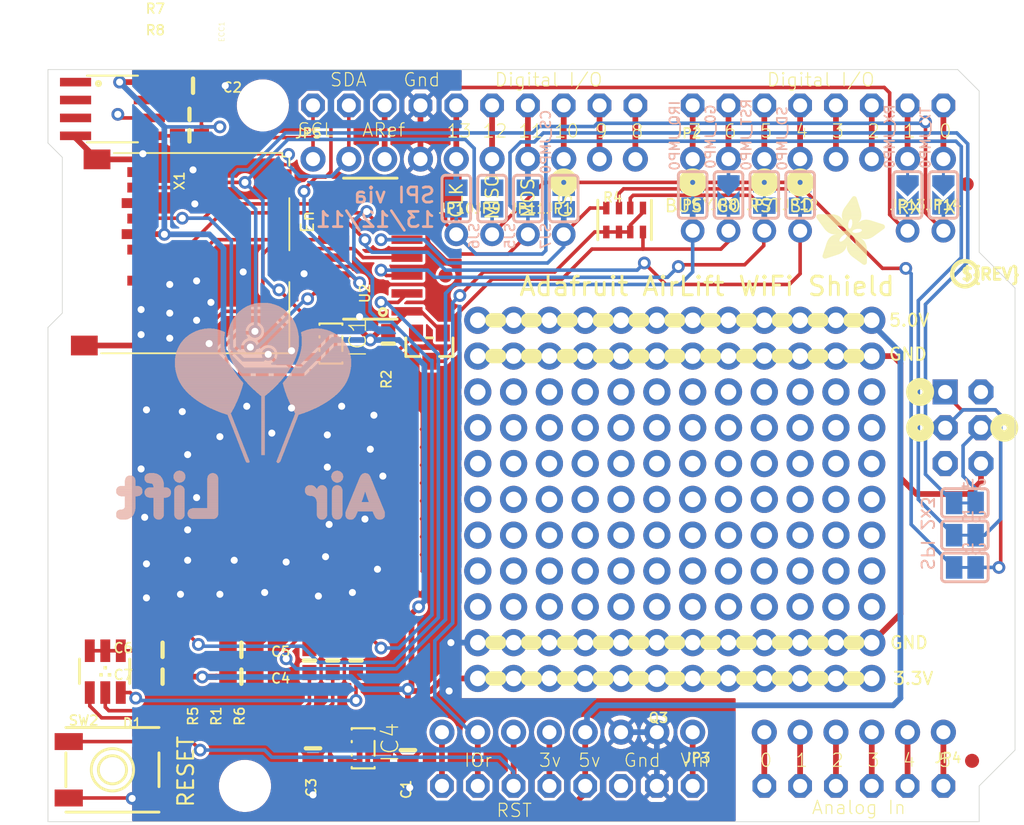
<source format=kicad_pcb>
(kicad_pcb (version 20221018) (generator pcbnew)
  (layers (0 "F.Cu" signal) (31 "B.Cu" signal) (34 "B.Paste" user) (35 "F.Paste" user) (36 "B.SilkS" user "B.Silkscreen") (37 "F.SilkS" user "F.Silkscreen") (38 "B.Mask" user) (39 "F.Mask" user) (44 "Edge.Cuts" user))
  (net 0 "")
  (net 1 "GND")
  (net 2 "RESET")
  (net 3 "D6")
  (net 4 "D3")
  (net 5 "D2")
  (net 6 "D1")
  (net 7 "D0")
  (net 8 "VIN")
  (net 9 "NC")
  (net 10 "A5")
  (net 11 "A4")
  (net 12 "A3")
  (net 13 "A2")
  (net 14 "A1")
  (net 15 "A0")
  (net 16 "SCL")
  (net 17 "SDA")
  (net 18 "AREF")
  (net 19 "D9")
  (net 20 "MISO")
  (net 21 "ESP32_BUSY")
  (net 22 "D10")
  (net 23 "D7")
  (net 24 "D4")
  (net 25 "MOSI_ICSP")
  (net 26 "SCK_ICSP")
  (net 27 "D13")
  (net 28 "D11")
  (net 29 "D12")
  (net 30 "MISO_ICSP")
  (net 31 "SCK")
  (net 32 "MOSI")
  (net 33 "3.3V")
  (net 34 "+5V")
  (net 35 "+3V")
  (net 36 "D5")
  (net 37 "D8")
  (net 38 "MOSI_3V")
  (net 39 "CS_3V")
  (net 40 "SCK_3V")
  (net 41 "VIOREF")
  (net 42 "SDCS_3V")
  (net 43 "SDCS")
  (net 44 "N$24")
  (net 45 "N$25")
  (net 46 "N$27")
  (net 47 "N$28")
  (net 48 "N$29")
  (net 49 "N$30")
  (net 50 "N$10")
  (net 51 "N$12")
  (net 52 "N$13")
  (net 53 "N$19")
  (net 54 "N$20")
  (net 55 "N$36")
  (net 56 "N$21")
  (net 57 "N$22")
  (net 58 "N$23")
  (net 59 "N$26")
  (net 60 "N$37")
  (net 61 "N$50")
  (net 62 "N$56")
  (net 63 "N$57")
  (net 64 "N$58")
  (net 65 "N$51")
  (net 66 "N$53")
  (net 67 "N$54")
  (net 68 "N$55")
  (net 69 "N$83")
  (net 70 "N$84")
  (net 71 "N$85")
  (net 72 "N$86")
  (net 73 "N$87")
  (net 74 "N$88")
  (net 75 "N$101")
  (net 76 "N$102")
  (net 77 "N$103")
  (net 78 "N$104")
  (net 79 "N$105")
  (net 80 "N$106")
  (net 81 "N$107")
  (net 82 "N$108")
  (net 83 "N$109")
  (net 84 "N$110")
  (net 85 "N$111")
  (net 86 "N$112")
  (net 87 "N$118")
  (net 88 "N$119")
  (net 89 "N$130")
  (net 90 "N$131")
  (net 91 "N$142")
  (net 92 "N$143")
  (net 93 "N$164")
  (net 94 "N$165")
  (net 95 "N$172")
  (net 96 "N$173")
  (net 97 "N$174")
  (net 98 "N$175")
  (net 99 "N$185")
  (net 100 "N$186")
  (net 101 "N$187")
  (net 102 "N$188")
  (net 103 "N$189")
  (net 104 "N$190")
  (net 105 "N$191")
  (net 106 "N$192")
  (net 107 "N$193")
  (net 108 "N$194")
  (net 109 "N$195")
  (net 110 "N$196")
  (net 111 "N$197")
  (net 112 "N$198")
  (net 113 "N$2")
  (net 114 "N$3")
  (net 115 "N$4")
  (net 116 "N$7")
  (net 117 "N$9")
  (net 118 "N$18")
  (net 119 "N$31")
  (net 120 "N$32")
  (net 121 "N$33")
  (net 122 "N$35")
  (net 123 "N$38")
  (net 124 "N$39")
  (net 125 "N$40")
  (net 126 "N$41")
  (net 127 "N$42")
  (net 128 "GPIO0")
  (net 129 "ESP_MISO")
  (net 130 "RX_3V")
  (net 131 "ESP_TX")
  (net 132 "GPIO0_3V")
  (net 133 "RESET_3V")
  (net 134 "RED")
  (net 135 "BLUE")
  (net 136 "GREEN")
  (net 137 "ESP32_CS")
  (net 138 "ESP32_RESET")
  (net 139 "N$8")
  (net 140 "N$11")
  (net 141 "N$14")
  (net 142 "ESP_RX")
  (footprint "working:1X08_ROUND_70" (layer "F.Cu") (at 168.8211 84.6836)
    (fp_text reference "JP2")
    (fp_text value "")
  )
  (footprint "working:1X10_ROUND70" (layer "F.Cu") (at 144.4371 84.6836)
    (fp_text reference "JP5")
    (fp_text value "")
  )
  (footprint "working:1X01_ROUND" (layer "F.Cu") (at 175.1711 89.7636)
    (fp_text reference "JP13")
    (fp_text value "")
  )
  (footprint "working:0603-NO" (layer "F.Cu") (at 124.2441 81.5086)
    (fp_text reference "R7")
    (fp_text value "10K")
  )
  (footprint "working:0603-NO" (layer "F.Cu") (at 124.2441 83.0326)
    (fp_text reference "R8")
    (fp_text value "10K")
  )
  (footprint "working:1X01_ROUND" (layer "F.Cu") (at 143.1671 90.0176)
    (fp_text reference "JP10")
    (fp_text value "")
  )
  (footprint "" (layer "F.Cu") (at 180.2511 96.1136)
    (fp_text reference "@HOLE1" hide)
    (fp_text value "")
  )
  (footprint "working:ADAFRUIT_5MM" (layer "F.Cu") (at 168.6941 92.1766)
    (fp_text reference "U$9" hide)
    (fp_text value "" hide)
  )
  (footprint "working:0805-NO" (layer "F.Cu") (at 127.9271 121.3866)
    (fp_text reference "C4")
    (fp_text value "10uF")
  )
  (footprint "working:WROOM32" (layer "F.Cu") (at 126.7841 108.9406 90)
    (fp_text reference "X2" hide)
    (fp_text value "ESP32_WROOM32" hide)
  )
  (footprint "working:SOT23-5L" (layer "F.Cu") (at 134.2771 97.7646 -90)
    (fp_text reference "IC1")
    (fp_text value "74AHC1G125")
  )
  (footprint "working:1X01_ROUND" (layer "F.Cu") (at 162.4711 89.7636)
    (fp_text reference "JP8")
    (fp_text value "")
  )
  (footprint "" (layer "F.Cu") (at 180.2511 124.0536)
    (fp_text reference "@HOLE2" hide)
    (fp_text value "")
  )
  (footprint "working:1X01_ROUND" (layer "F.Cu") (at 145.7071 90.0176)
    (fp_text reference "JP9")
    (fp_text value "")
  )
  (footprint "working:SOT23-5L" (layer "F.Cu") (at 136.5631 126.4666 -90)
    (fp_text reference "IC4")
    (fp_text value "AP2112-3.3")
  )
  (footprint "working:PCBFEAT-REV-040" (layer "F.Cu") (at 179.2351 92.8116)
    (fp_text reference "U$21" hide)
    (fp_text value "" hide)
  )
  (footprint "working:1X08_ROUND_70" (layer "F.Cu") (at 151.0411 125.3236 180)
    (fp_text reference "JP3")
    (fp_text value "")
  )
  (footprint "working:0603-NO" (layer "F.Cu") (at 132.7531 120.2436 90)
    (fp_text reference "R5")
    (fp_text value "1K")
  )
  (footprint "working:1X01_ROUND" (layer "F.Cu") (at 177.7111 89.7636)
    (fp_text reference "JP14")
    (fp_text value "")
  )
  (footprint "working:FIDUCIAL_1MM" (layer "F.Cu") (at 179.3621 86.4616)
    (fp_text reference "FID1" hide)
    (fp_text value "FIDUCIAL_1MM" hide)
  )
  (footprint "working:FIDUCIAL_1MM" (layer "F.Cu") (at 142.4051 92.9386)
    (fp_text reference "FID3" hide)
    (fp_text value "FIDUCIAL_1MM" hide)
  )
  (footprint "" (layer "F.Cu") (at 128.1811 129.1336)
    (fp_text reference "@HOLE0" hide)
    (fp_text value "")
  )
  (footprint "working:SOIC8" (layer "F.Cu") (at 118.7831 81.1276 -90)
    (fp_text reference "ECC1")
    (fp_text value "ATECC108")
  )
  (footprint "working:0805-NO" (layer "F.Cu") (at 122.3391 121.3866 180)
    (fp_text reference "C7")
    (fp_text value "10uF")
  )
  (footprint "working:1X01_ROUND" (layer "F.Cu") (at 150.7871 90.0176)
    (fp_text reference "JP1")
    (fp_text value "")
  )
  (footprint "working:FIDUCIAL_1MM" (layer "F.Cu") (at 179.7431 127.3556)
    (fp_text reference "FID2" hide)
    (fp_text value "FIDUCIAL_1MM" hide)
  )
  (footprint "working:0603-NO" (layer "F.Cu") (at 138.3411 97.7646 -90)
    (fp_text reference "R2")
    (fp_text value "10K")
  )
  (footprint "working:0805-NO" (layer "F.Cu") (at 122.3391 119.4816 180)
    (fp_text reference "C6")
    (fp_text value "10uF")
  )
  (footprint "working:1X01_ROUND" (layer "F.Cu") (at 167.5511 89.7636)
    (fp_text reference "JP12")
    (fp_text value "")
  )
  (footprint "" (layer "F.Cu") (at 129.4511 80.8736)
    (fp_text reference "@HOLE3" hide)
    (fp_text value "")
  )
  (footprint "working:0805-NO" (layer "F.Cu") (at 139.7381 126.5936 -90)
    (fp_text reference "C1")
    (fp_text value "10uF")
  )
  (footprint "working:1X01_ROUND" (layer "F.Cu") (at 159.9311 89.7636)
    (fp_text reference "JP6")
    (fp_text value "")
  )
  (footprint "working:0805-NO" (layer "F.Cu") (at 127.9271 119.4816)
    (fp_text reference "C5")
    (fp_text value "1uF")
  )
  (footprint "working:1X01_ROUND" (layer "F.Cu") (at 148.2471 90.0176)
    (fp_text reference "JP11")
    (fp_text value "")
  )
  (footprint "working:SOIC16" (layer "F.Cu") (at 137.0711 91.0336 90)
    (fp_text reference "U2")
    (fp_text value "74HC4050")
  )
  (footprint "working:1X01_ROUND" (layer "F.Cu") (at 165.0111 89.7636)
    (fp_text reference "JP7")
    (fp_text value "")
  )
  (footprint "working:0805-NO" (layer "F.Cu") (at 124.4981 79.4766)
    (fp_text reference "C2")
    (fp_text value "10uF")
  )
  (footprint "working:0603-NO" (layer "F.Cu") (at 134.4041 120.2436 90)
    (fp_text reference "R1")
    (fp_text value "1K")
  )
  (footprint "working:0805-NO" (layer "F.Cu") (at 133.0071 126.4666 -90)
    (fp_text reference "C3")
    (fp_text value "10uF")
  )
  (footprint "working:RGBLED_3535_PLCC6" (layer "F.Cu") (at 118.2751 121.0056 180)
    (fp_text reference "D1")
    (fp_text value "RGB PLCC")
  )
  (footprint "working:1X06_ROUND_70" (layer "F.Cu") (at 171.3611 125.3236 180)
    (fp_text reference "JP4")
    (fp_text value "")
  )
  (footprint "working:RESPACK_4X0603" (layer "F.Cu") (at 155.1051 89.0016)
    (fp_text reference "R4")
    (fp_text value "10K")
  )
  (footprint "working:MICROSD" (layer "F.Cu") (at 131.2291 84.3026 -90)
    (fp_text reference "X1")
    (fp_text value "microSd")
  )
  (footprint "working:0603-NO" (layer "F.Cu") (at 136.0551 120.2436 90)
    (fp_text reference "R6")
    (fp_text value "1K")
  )
  (footprint "working:ARDUINOR3_ICSP_NODIM" (layer "F.Cu") (at 114.2111 131.6736)
    (fp_text reference "M1" hide)
    (fp_text value "ARDUINO_R3_ICSP_NODIM" hide)
  )
  (footprint "working:SOT23-WIDE" (layer "F.Cu") (at 141.2621 98.0186 180)
    (fp_text reference "Q3")
    (fp_text value "BSS138")
  )
  (footprint "working:EVQ-Q2_SMALLER" (layer "F.Cu") (at 118.7831 127.9906)
    (fp_text reference "SW2")
    (fp_text value "Tactile")
  )
  (footprint "working:SOLDERJUMPER_CLOSEDWIRE" (layer "B.Cu") (at 159.9311 87.2236 -90)
    (fp_text reference "IRQ_JMP0")
    (fp_text value "")
  )
  (footprint "working:SOLDERJUMPER_ARROW_NOPASTE" (layer "B.Cu") (at 177.7111 87.2236 -90)
    (fp_text reference "TX_JMP0")
    (fp_text value "")
  )
  (footprint "working:AIRLIFT" (layer "B.Cu") (at 138.0871 111.6076 180)
    (fp_text reference "U$23" hide)
    (fp_text value "" hide)
  )
  (footprint "working:SOLDERJUMPER_CLOSEDWIRE" (layer "B.Cu") (at 167.5511 87.2236 -90)
    (fp_text reference "SD_JMP0")
    (fp_text value "")
  )
  (footprint "working:SOLDERJUMPER_REFLOW_NOPASTE" (layer "B.Cu") (at 148.2471 87.4776 90)
    (fp_text reference "SJ7")
    (fp_text value "D11_MOSI" hide)
  )
  (footprint "working:SOLDERJUMPER_CLOSEDWIRE" (layer "B.Cu") (at 179.2351 109.0676 180)
    (fp_text reference "SJ4")
    (fp_text value "ICSP_MOSI")
  )
  (footprint "working:SOLDERJUMPER_CLOSEDWIRE" (layer "B.Cu") (at 165.0111 87.2236 -90)
    (fp_text reference "RST_JMP0")
    (fp_text value "")
  )
  (footprint "working:SOLDERJUMPER_CLOSEDWIRE" (layer "B.Cu") (at 179.2351 111.3536 180)
    (fp_text reference "SJ3")
    (fp_text value "ISCP_SCLK")
  )
  (footprint "working:SOLDERJUMPER_REFLOW_NOPASTE" (layer "B.Cu") (at 145.7071 87.4776 90)
    (fp_text reference "SJ5")
    (fp_text value "D12_MISO" hide)
  )
  (footprint "working:SOLDERJUMPER_ARROW_NOPASTE" (layer "B.Cu") (at 175.1711 87.2236 -90)
    (fp_text reference "RX_JMP0")
    (fp_text value "")
  )
  (footprint "working:SOLDERJUMPER_CLOSEDWIRE" (layer "B.Cu") (at 150.7871 87.4776 -90)
    (fp_text reference "CS_JMP0")
    (fp_text value "")
  )
  (footprint "working:SOLDERJUMPER_REFLOW_NOPASTE" (layer "B.Cu") (at 143.1671 87.4776 90)
    (fp_text reference "SJ6")
    (fp_text value "D13_SCLK" hide)
  )
  (footprint "working:SOLDERJUMPER_CLOSEDWIRE" (layer "B.Cu") (at 179.2351 113.6396 180)
    (fp_text reference "SJ2")
    (fp_text value "ICSP_MISO")
  )
  (footprint "working:SOLDERJUMPER_ARROW_NOPASTE" (layer "B.Cu") (at 162.4711 87.2236 -90)
    (fp_text reference "G0_JMP0")
    (fp_text value "")
  )
  (gr_line (start 158.9151 98.6536) (end 158.4071 98.6536) (stroke (width 1.016)) (layer "F.SilkS"))
  (gr_line (start 161.4551 96.1136) (end 160.9471 96.1136) (stroke (width 1.016)) (layer "F.SilkS"))
  (gr_circle (center 150.7871 86.3346) (end 150.966703 86.3346) (stroke (width 0.8128)) (fill none) (layer "F.SilkS"))
  (gr_line (start 158.4071 121.5136) (end 158.9151 121.5136) (stroke (width 1.016)) (layer "F.SilkS"))
  (gr_line (start 155.8671 121.5136) (end 156.3751 121.5136) (stroke (width 1.016)) (layer "F.SilkS"))
  (gr_circle (center 167.5511 86.3346) (end 167.730703 86.3346) (stroke (width 0.8128)) (fill none) (layer "F.SilkS"))
  (gr_line (start 151.2951 96.1136) (end 150.7871 96.1136) (stroke (width 1.016)) (layer "F.SilkS"))
  (gr_line (start 163.4871 121.5136) (end 163.9951 121.5136) (stroke (width 1.016)) (layer "F.SilkS"))
  (gr_line (start 166.0271 118.9736) (end 166.5351 118.9736) (stroke (width 1.016)) (layer "F.SilkS"))
  (gr_circle (center 176.0601 103.7336) (end 176.239703 103.7336) (stroke (width 0.8128)) (fill none) (layer "F.SilkS"))
  (gr_line (start 171.1071 118.9736) (end 171.6151 118.9736) (stroke (width 1.016)) (layer "F.SilkS"))
  (gr_line (start 163.4871 118.9736) (end 163.9951 118.9736) (stroke (width 1.016)) (layer "F.SilkS"))
  (gr_line (start 148.7551 96.1136) (end 148.2471 96.1136) (stroke (width 1.016)) (layer "F.SilkS"))
  (gr_circle (center 165.0111 86.3346) (end 165.190703 86.3346) (stroke (width 0.8128)) (fill none) (layer "F.SilkS"))
  (gr_line (start 169.0751 98.6536) (end 168.5671 98.6536) (stroke (width 1.016)) (layer "F.SilkS"))
  (gr_circle (center 176.0601 101.1936) (end 176.239703 101.1936) (stroke (width 0.8128)) (fill none) (layer "F.SilkS"))
  (gr_line (start 166.0271 121.5136) (end 166.5351 121.5136) (stroke (width 1.016)) (layer "F.SilkS"))
  (gr_line (start 151.2951 98.6536) (end 150.7871 98.6536) (stroke (width 1.016)) (layer "F.SilkS"))
  (gr_line (start 153.3271 118.9736) (end 153.8351 118.9736) (stroke (width 1.016)) (layer "F.SilkS"))
  (gr_line (start 150.7871 121.5136) (end 151.2951 121.5136) (stroke (width 1.016)) (layer "F.SilkS"))
  (gr_line (start 160.9471 121.5136) (end 161.4551 121.5136) (stroke (width 1.016)) (layer "F.SilkS"))
  (gr_line (start 146.2151 98.6536) (end 145.7071 98.6536) (stroke (width 1.016)) (layer "F.SilkS"))
  (gr_line (start 148.2471 121.5136) (end 148.7551 121.5136) (stroke (width 1.016)) (layer "F.SilkS"))
  (gr_line (start 153.8351 98.6536) (end 153.3271 98.6536) (stroke (width 1.016)) (layer "F.SilkS"))
  (gr_line (start 148.2471 118.9736) (end 148.7551 118.9736) (stroke (width 1.016)) (layer "F.SilkS"))
  (gr_line (start 146.2151 96.1136) (end 145.7071 96.1136) (stroke (width 1.016)) (layer "F.SilkS"))
  (gr_line (start 171.1071 121.5136) (end 171.6151 121.5136) (stroke (width 1.016)) (layer "F.SilkS"))
  (gr_line (start 158.4071 118.9736) (end 158.9151 118.9736) (stroke (width 1.016)) (layer "F.SilkS"))
  (gr_line (start 169.0751 96.1136) (end 168.5671 96.1136) (stroke (width 1.016)) (layer "F.SilkS"))
  (gr_line (start 156.3751 96.1136) (end 155.8671 96.1136) (stroke (width 1.016)) (layer "F.SilkS"))
  (gr_line (start 163.9951 96.1136) (end 163.4871 96.1136) (stroke (width 1.016)) (layer "F.SilkS"))
  (gr_line (start 148.7551 98.6536) (end 148.2471 98.6536) (stroke (width 1.016)) (layer "F.SilkS"))
  (gr_line (start 166.5351 98.6536) (end 166.0271 98.6536) (stroke (width 1.016)) (layer "F.SilkS"))
  (gr_line (start 160.9471 118.9736) (end 161.4551 118.9736) (stroke (width 1.016)) (layer "F.SilkS"))
  (gr_line (start 166.5351 96.1136) (end 166.0271 96.1136) (stroke (width 1.016)) (layer "F.SilkS"))
  (gr_line (start 155.8671 118.9736) (end 156.3751 118.9736) (stroke (width 1.016)) (layer "F.SilkS"))
  (gr_line (start 163.9951 98.6536) (end 163.4871 98.6536) (stroke (width 1.016)) (layer "F.SilkS"))
  (gr_line (start 158.9151 96.1136) (end 158.4071 96.1136) (stroke (width 1.016)) (layer "F.SilkS"))
  (gr_line (start 145.7071 118.9736) (end 146.2151 118.9736) (stroke (width 1.016)) (layer "F.SilkS"))
  (gr_circle (center 182.0291 103.7336) (end 182.208703 103.7336) (stroke (width 0.8128)) (fill none) (layer "F.SilkS"))
  (gr_line (start 161.4551 98.6536) (end 160.9471 98.6536) (stroke (width 1.016)) (layer "F.SilkS"))
  (gr_line (start 171.6151 96.1136) (end 171.1071 96.1136) (stroke (width 1.016)) (layer "F.SilkS"))
  (gr_line (start 145.7071 121.5136) (end 146.2151 121.5136) (stroke (width 1.016)) (layer "F.SilkS"))
  (gr_line (start 150.7871 118.9736) (end 151.2951 118.9736) (stroke (width 1.016)) (layer "F.SilkS"))
  (gr_line (start 153.3271 121.5136) (end 153.8351 121.5136) (stroke (width 1.016)) (layer "F.SilkS"))
  (gr_line (start 171.6151 98.6536) (end 171.1071 98.6536) (stroke (width 1.016)) (layer "F.SilkS"))
  (gr_line (start 156.3751 98.6536) (end 155.8671 98.6536) (stroke (width 1.016)) (layer "F.SilkS"))
  (gr_line (start 168.5671 121.5136) (end 169.0751 121.5136) (stroke (width 1.016)) (layer "F.SilkS"))
  (gr_line (start 168.5671 118.9736) (end 169.0751 118.9736) (stroke (width 1.016)) (layer "F.SilkS"))
  (gr_line (start 153.8351 96.1136) (end 153.3271 96.1136) (stroke (width 1.016)) (layer "F.SilkS"))
  (gr_circle (center 159.9311 86.3346) (end 160.110703 86.3346) (stroke (width 0.8128)) (fill none) (layer "F.SilkS"))
  (gr_line (start 182.7911 126.5936) (end 182.7911 93.8276) (stroke (width 0.05)) (layer "Edge.Cuts"))
  (gr_line (start 114.2111 96.6216) (end 114.2111 131.6736) (stroke (width 0.05)) (layer "Edge.Cuts"))
  (gr_line (start 180.2511 131.6736) (end 180.2511 129.1336) (stroke (width 0.05)) (layer "Edge.Cuts"))
  (gr_line (start 178.7271 78.3336) (end 114.2111 78.3336) (stroke (width 0.05)) (layer "Edge.Cuts"))
  (gr_line (start 180.2511 91.2876) (end 180.2511 79.8576) (stroke (width 0.05)) (layer "Edge.Cuts"))
  (gr_line (start 182.7911 93.8276) (end 180.2511 91.2876) (stroke (width 0.05)) (layer "Edge.Cuts"))
  (gr_line (start 180.2511 129.1336) (end 182.7911 126.5936) (stroke (width 0.05)) (layer "Edge.Cuts"))
  (gr_line (start 114.2111 78.3336) (end 114.2111 83.5406) (stroke (width 0.05)) (layer "Edge.Cuts"))
  (gr_line (start 114.2111 131.6736) (end 180.2511 131.6736) (stroke (width 0.05)) (layer "Edge.Cuts"))
  (gr_line (start 114.2111 83.5406) (end 115.2271 84.5566) (stroke (width 0.05)) (layer "Edge.Cuts"))
  (gr_line (start 115.2271 84.5566) (end 115.2271 95.6056) (stroke (width 0.05)) (layer "Edge.Cuts"))
  (gr_line (start 115.2271 95.6056) (end 114.2111 96.6216) (stroke (width 0.05)) (layer "Edge.Cuts"))
  (gr_line (start 180.2511 79.8576) (end 178.7271 78.3336) (stroke (width 0.05)) (layer "Edge.Cuts"))
  (gr_text "SPI via\n13/12/11" (at 141.7701 88.1126) (layer "B.SilkS") (effects (font (size 1.0795 1.0795) (thickness 0.1905)) (justify left mirror)))
  (gr_text "SPI 2x3" (at 176.5681 111.2266 -90) (layer "B.SilkS") (effects (font (size 0.88392 0.88392) (thickness 0.13208)) (justify mirror)))
  (gr_text "CLK" (at 143.1671 87.6046 90) (layer "F.SilkS") (effects (font (size 0.89408 0.89408) (thickness 0.12192))))
  (gr_text "BUSY" (at 159.6771 87.9856) (layer "F.SilkS") (effects (font (size 0.89408 0.89408) (thickness 0.12192))))
  (gr_text "MISO" (at 145.7071 87.3506 90) (layer "F.SilkS") (effects (font (size 0.89408 0.89408) (thickness 0.12192))))
  (gr_text "MOSI" (at 148.2471 87.2236 90) (layer "F.SilkS") (effects (font (size 0.89408 0.89408) (thickness 0.12192))))
  (gr_text "RESET" (at 123.9901 128.1176 90) (layer "F.SilkS") (effects (font (size 1.1176 1.1176) (thickness 0.1524))))
  (gr_text "CS" (at 150.9141 87.9856 90) (layer "F.SilkS") (effects (font (size 0.89408 0.89408) (thickness 0.12192))))
  (gr_text "SD" (at 167.6781 87.9856) (layer "F.SilkS") (effects (font (size 0.89408 0.89408) (thickness 0.12192))))
  (gr_text "GND" (at 173.7741 99.0346) (layer "F.SilkS") (effects (font (size 0.87376 0.87376) (thickness 0.14224)) (justify left bottom)))
  (gr_text "5.0V" (at 173.7741 96.6216) (layer "F.SilkS") (effects (font (size 0.87376 0.87376) (thickness 0.14224)) (justify left bottom)))
  (gr_text "3.3V" (at 177.0761 121.0056) (layer "F.SilkS") (effects (font (size 0.87376 0.87376) (thickness 0.14224)) (justify right top)))
  (gr_text "GND" (at 176.6951 118.4656) (layer "F.SilkS") (effects (font (size 0.87376 0.87376) (thickness 0.14224)) (justify right top)))
  (gr_text "En" (at 133.1341 90.0176 90) (layer "F.SilkS") (effects (font (size 0.89408 0.89408) (thickness 0.12192)) (justify left bottom)))
  (gr_text "TX" (at 177.8381 88.1126) (layer "F.SilkS") (effects (font (size 0.89408 0.89408) (thickness 0.12192))))
  (gr_text "RX" (at 175.2981 88.1126) (layer "F.SilkS") (effects (font (size 0.89408 0.89408) (thickness 0.12192))))
  (gr_text "Adafruit AirLift WiFi Shield" (at 160.9471 93.7006) (layer "F.SilkS") (effects (font (size 1.32588 1.32588) (thickness 0.19812))))
  (gr_text "G0" (at 162.4711 87.9856) (layer "F.SilkS") (effects (font (size 0.89408 0.89408) (thickness 0.12192))))
  (gr_text "RST" (at 165.0111 87.9856) (layer "F.SilkS") (effects (font (size 0.89408 0.89408) (thickness 0.12192))))
  (segment (start 172.6311 98.6536) (end 174.1551 98.6536) (width 0.4064) (layer "F.Cu") (net 1))
  (segment (start 140.6271 80.8736) (end 140.6271 84.6836) (width 0.4064) (layer "F.Cu") (net 1))
  (segment (start 120.5501 97.9026) (end 120.8151 97.6376) (width 0.4064) (layer "F.Cu") (net 1))
  (segment (start 120.8151 97.6376) (end 120.8151 97.1296) (width 0.4064) (layer "F.Cu") (net 1))
  (segment (start 117.1751 119.5476) (end 118.2751 119.5476) (width 0.254) (layer "F.Cu") (net 1))
  (segment (start 179.4891 108.4326) (end 180.3781 107.5436) (width 0.4064) (layer "F.Cu") (net 1))
  (segment (start 117.6891 84.7026) (end 116.1669 83.1804) (width 0.4064) (layer "F.Cu") (net 1))
  (segment (start 174.6631 116.9416) (end 174.6631 107.2896) (width 0.4064) (layer "F.Cu") (net 1))
  (segment (start 120.9421 84.3026) (end 120.6881 84.5566) (width 0.4064) (layer "F.Cu") (net 1))
  (segment (start 172.6311 118.9736) (end 174.6631 116.9416) (width 0.4064) (layer "F.Cu") (net 1))
  (segment (start 175.8061 108.4326) (end 179.4891 108.4326) (width 0.4064) (layer "F.Cu") (net 1))
  (segment (start 116.7891 97.9026) (end 120.5501 97.9026) (width 0.4064) (layer "F.Cu") (net 1))
  (segment (start 117.6891 84.7026) (end 120.2881 84.7026) (width 0.4064) (layer "F.Cu") (net 1))
  (segment (start 174.6631 99.1616) (end 174.6631 107.2896) (width 0.4064) (layer "F.Cu") (net 1))
  (segment (start 180.3781 107.5436) (end 180.3781 106.2736) (width 0.4064) (layer "F.Cu") (net 1))
  (segment (start 174.1551 98.6536) (end 174.6631 99.1616) (width 0.4064) (layer "F.Cu") (net 1))
  (segment (start 120.6881 84.5566) (end 120.4341 84.5566) (width 0.4064) (layer "F.Cu") (net 1))
  (segment (start 118.2751 119.5476) (end 119.3751 119.5476) (width 0.254) (layer "F.Cu") (net 1))
  (segment (start 121.3231 119.5476) (end 121.3891 119.4816) (width 0.254) (layer "F.Cu") (net 1))
  (segment (start 120.4341 84.5566) (end 120.2881 84.7026) (width 0.4064) (layer "F.Cu") (net 1))
  (segment (start 174.6631 107.2896) (end 175.8061 108.4326) (width 0.4064) (layer "F.Cu") (net 1))
  (segment (start 116.1669 83.1804) (end 116.1669 83.0326) (width 0.4064) (layer "F.Cu") (net 1))
  (segment (start 115.6831 129.9906) (end 121.8831 129.9906) (width 0.254) (layer "F.Cu") (net 1))
  (segment (start 119.3751 119.5476) (end 121.3231 119.5476) (width 0.254) (layer "F.Cu") (net 1))
  (via (at 159.9311 98.6536) (size 1.9304) (drill 1.1) (layers "F.Cu" "B.Cu") (net 1))
  (via (at 142.7861 118.9736) (size 0.9064) (drill 0.5) (layers "F.Cu" "B.Cu") (net 1))
  (via (at 126.4031 104.3686) (size 0.9064) (drill 0.5) (layers "F.Cu" "B.Cu") (net 1))
  (via (at 144.6911 118.9736) (size 1.9304) (drill 1.1) (layers "F.Cu" "B.Cu") (net 1))
  (via (at 133.0071 129.7686) (size 0.9064) (drill 0.5) (layers "F.Cu" "B.Cu") (net 1))
  (via (at 149.7711 118.9736) (size 1.9304) (drill 1.1) (layers "F.Cu" "B.Cu") (net 1))
  (via (at 120.8151 106.6546) (size 0.9064) (drill 0.5) (layers "F.Cu" "B.Cu") (net 1))
  (via (at 147.2311 98.6536) (size 1.9304) (drill 1.1) (layers "F.Cu" "B.Cu") (net 1))
  (via (at 122.8471 95.6056) (size 0.9064) (drill 0.5) (layers "F.Cu" "B.Cu") (net 1))
  (via (at 135.8011 115.4176) (size 0.9064) (drill 0.5) (layers "F.Cu" "B.Cu") (net 1))
  (via (at 162.4711 118.9736) (size 1.9304) (drill 1.1) (layers "F.Cu" "B.Cu") (net 1))
  (via (at 170.0911 118.9736) (size 1.9304) (drill 1.1) (layers "F.Cu" "B.Cu") (net 1))
  (via (at 149.7711 98.6536) (size 1.9304) (drill 1.1) (layers "F.Cu" "B.Cu") (net 1))
  (via (at 157.3911 98.6536) (size 1.9304) (drill 1.1) (layers "F.Cu" "B.Cu") (net 1))
  (via (at 121.1961 102.4636) (size 0.9064) (drill 0.5) (layers "F.Cu" "B.Cu") (net 1))
  (via (at 159.9311 118.9736) (size 1.9304) (drill 1.1) (layers "F.Cu" "B.Cu") (net 1))
  (via (at 124.7521 108.6866) (size 0.9064) (drill 0.5) (layers "F.Cu" "B.Cu") (net 1))
  (via (at 139.8651 129.2606) (size 0.9064) (drill 0.5) (layers "F.Cu" "B.Cu") (net 1))
  (via (at 122.8471 93.5736) (size 0.9064) (drill 0.5) (layers "F.Cu" "B.Cu") (net 1))
  (via (at 124.7521 96.1136) (size 0.9064) (drill 0.5) (layers "F.Cu" "B.Cu") (net 1))
  (via (at 167.5511 118.9736) (size 1.9304) (drill 1.1) (layers "F.Cu" "B.Cu") (net 1))
  (via (at 124.7521 93.3196) (size 0.9064) (drill 0.5) (layers "F.Cu" "B.Cu") (net 1))
  (via (at 147.2311 118.9736) (size 1.9304) (drill 1.1) (layers "F.Cu" "B.Cu") (net 1))
  (via (at 144.6911 98.6536) (size 1.9304) (drill 1.1) (layers "F.Cu" "B.Cu") (net 1))
  (via (at 134.1501 110.5916) (size 0.9064) (drill 0.5) (layers "F.Cu" "B.Cu") (net 1))
  (via (at 136.3091 95.8596) (size 0.9064) (drill 0.5) (layers "F.Cu" "B.Cu") (net 1))
  (via (at 132.3721 92.8116) (size 0.9064) (drill 0.5) (layers "F.Cu" "B.Cu") (net 1))
  (via (at 131.4831 98.2726) (size 0.9064) (drill 0.5) (layers "F.Cu" "B.Cu") (net 1))
  (via (at 135.0391 102.2096) (size 0.9064) (drill 0.5) (layers "F.Cu" "B.Cu") (net 1))
  (via (at 123.7361 102.5906) (size 0.9064) (drill 0.5) (layers "F.Cu" "B.Cu") (net 1))
  (via (at 165.0111 98.6536) (size 1.9304) (drill 1.1) (layers "F.Cu" "B.Cu") (net 1))
  (via (at 137.3251 102.8446) (size 0.9064) (drill 0.5) (layers "F.Cu" "B.Cu") (net 1))
  (via (at 157.3911 118.9736) (size 1.9304) (drill 1.1) (layers "F.Cu" "B.Cu") (net 1))
  (via (at 120.9421 84.3026) (size 0.9064) (drill 0.5) (layers "F.Cu" "B.Cu") (net 1))
  (via (at 121.0691 110.0836) (size 0.9064) (drill 0.5) (layers "F.Cu" "B.Cu") (net 1))
  (via (at 122.8471 97.3836) (size 0.9064) (drill 0.5) (layers "F.Cu" "B.Cu") (net 1))
  (via (at 134.0231 106.5276) (size 0.9064) (drill 0.5) (layers "F.Cu" "B.Cu") (net 1))
  (via (at 127.4191 113.1316) (size 0.9064) (drill 0.5) (layers "F.Cu" "B.Cu") (net 1))
  (via (at 172.6311 118.9736) (size 1.9304) (drill 1.1) (layers "F.Cu" "B.Cu") (net 1))
  (via (at 124.1171 105.6386) (size 0.9064) (drill 0.5) (layers "F.Cu" "B.Cu") (net 1))
  (via (at 137.5791 113.7666) (size 0.9064) (drill 0.5) (layers "F.Cu" "B.Cu") (net 1))
  (via (at 137.0711 105.2576) (size 0.9064) (drill 0.5) (layers "F.Cu" "B.Cu") (net 1))
  (via (at 121.1961 113.3856) (size 0.9064) (drill 0.5) (layers "F.Cu" "B.Cu") (net 1))
  (via (at 170.0911 98.6536) (size 1.9304) (drill 1.1) (layers "F.Cu" "B.Cu") (net 1))
  (via (at 133.3881 115.6716) (size 0.9064) (drill 0.5) (layers "F.Cu" "B.Cu") (net 1))
  (via (at 129.5781 115.4176) (size 0.9064) (drill 0.5) (layers "F.Cu" "B.Cu") (net 1))
  (via (at 120.8151 97.1296) (size 0.9064) (drill 0.5) (layers "F.Cu" "B.Cu") (net 1))
  (via (at 152.3111 98.6536) (size 1.9304) (drill 1.1) (layers "F.Cu" "B.Cu") (net 1))
  (via (at 131.4831 102.3366) (size 0.9064) (drill 0.5) (layers "F.Cu" "B.Cu") (net 1))
  (via (at 133.8961 112.8776) (size 0.9064) (drill 0.5) (layers "F.Cu" "B.Cu") (net 1))
  (via (at 126.4031 115.5446) (size 0.9064) (drill 0.5) (layers "F.Cu" "B.Cu") (net 1))
  (via (at 124.6251 87.8586) (size 0.9064) (drill 0.5) (layers "F.Cu" "B.Cu") (net 1))
  (via (at 152.3111 118.9736) (size 1.9304) (drill 1.1) (layers "F.Cu" "B.Cu") (net 1))
  (via (at 162.4711 98.6536) (size 1.9304) (drill 1.1) (layers "F.Cu" "B.Cu") (net 1))
  (via (at 123.6091 115.5446) (size 0.9064) (drill 0.5) (layers "F.Cu" "B.Cu") (net 1))
  (via (at 172.6311 98.6536) (size 1.9304) (drill 1.1) (layers "F.Cu" "B.Cu") (net 1))
  (via (at 125.6411 97.7646) (size 0.9064) (drill 0.5) (layers "F.Cu" "B.Cu") (net 1))
  (via (at 137.9601 107.1626) (size 0.9064) (drill 0.5) (layers "F.Cu" "B.Cu") (net 1))
  (via (at 134.0231 104.2416) (size 0.9064) (drill 0.5) (layers "F.Cu" "B.Cu") (net 1))
  (via (at 124.1171 113.1316) (size 0.9064) (drill 0.5) (layers "F.Cu" "B.Cu") (net 1))
  (via (at 128.3081 102.2096) (size 0.9064) (drill 0.5) (layers "F.Cu" "B.Cu") (net 1))
  (via (at 165.0111 118.9736) (size 1.9304) (drill 1.1) (layers "F.Cu" "B.Cu") (net 1))
  (via (at 154.8511 118.9736) (size 1.9304) (drill 1.1) (layers "F.Cu" "B.Cu") (net 1))
  (via (at 136.6901 110.2106) (size 0.9064) (drill 0.5) (layers "F.Cu" "B.Cu") (net 1))
  (via (at 154.8511 98.6536) (size 1.9304) (drill 1.1) (layers "F.Cu" "B.Cu") (net 1))
  (via (at 125.7681 94.8436) (size 0.9064) (drill 0.5) (layers "F.Cu" "B.Cu") (net 1))
  (via (at 124.4981 85.4456) (size 0.9064) (drill 0.5) (layers "F.Cu" "B.Cu") (net 1))
  (via (at 131.1021 113.2586) (size 0.9064) (drill 0.5) (layers "F.Cu" "B.Cu") (net 1))
  (via (at 128.0541 92.6846) (size 0.9064) (drill 0.5) (layers "F.Cu" "B.Cu") (net 1))
  (via (at 121.1961 115.7986) (size 0.9064) (drill 0.5) (layers "F.Cu" "B.Cu") (net 1))
  (via (at 167.5511 98.6536) (size 1.9304) (drill 1.1) (layers "F.Cu" "B.Cu") (net 1))
  (via (at 124.1171 110.9726) (size 0.9064) (drill 0.5) (layers "F.Cu" "B.Cu") (net 1))
  (via (at 142.6591 122.4026) (size 0.9064) (drill 0.5) (layers "F.Cu" "B.Cu") (net 1))
  (via (at 120.8151 95.3516) (size 0.9064) (drill 0.5) (layers "F.Cu" "B.Cu") (net 1))
  (via (at 130.0861 104.1146) (size 0.9064) (drill 0.5) (layers "F.Cu" "B.Cu") (net 1))
  (via (at 120.1801 130.0226) (size 0.9064) (drill 0.5) (layers "F.Cu" "B.Cu") (net 1))
  (via (at 126.7841 79.4766) (size 0.9064) (drill 0.5) (layers "F.Cu" "B.Cu") (net 1))
  (segment (start 159.9311 98.6536) (end 157.3911 98.6536) (width 0.4064) (layer "B.Cu") (net 1))
  (segment (start 170.0911 98.6536) (end 167.5511 98.6536) (width 0.4064) (layer "B.Cu") (net 1))
  (segment (start 165.0111 118.9736) (end 167.5511 118.9736) (width 0.4064) (layer "B.Cu") (net 1))
  (segment (start 147.2311 98.6536) (end 144.6911 98.6536) (width 0.4064) (layer "B.Cu") (net 1))
  (segment (start 170.0911 118.9736) (end 172.6311 118.9736) (width 0.4064) (layer "B.Cu") (net 1))
  (segment (start 157.3911 129.1336) (end 157.3911 125.3236) (width 0.4064) (layer "B.Cu") (net 1))
  (segment (start 149.7711 118.9736) (end 152.3111 118.9736) (width 0.4064) (layer "B.Cu") (net 1))
  (segment (start 167.5511 118.9736) (end 170.0911 118.9736) (width 0.4064) (layer "B.Cu") (net 1))
  (segment (start 152.3111 98.6536) (end 154.8511 98.6536) (width 0.4064) (layer "B.Cu") (net 1))
  (segment (start 157.3911 118.9736) (end 159.9311 118.9736) (width 0.4064) (layer "B.Cu") (net 1))
  (segment (start 154.8511 125.3236) (end 157.3911 125.3236) (width 0.4064) (layer "B.Cu") (net 1))
  (segment (start 149.7711 98.6536) (end 147.2311 98.6536) (width 0.4064) (layer "B.Cu") (net 1))
  (segment (start 147.2311 118.9736) (end 144.6911 118.9736) (width 0.4064) (layer "B.Cu") (net 1))
  (segment (start 157.3911 118.9736) (end 154.8511 118.9736) (width 0.4064) (layer "B.Cu") (net 1))
  (segment (start 144.6911 118.9736) (end 142.9131 118.9736) (width 0.4064) (layer "B.Cu") (net 1))
  (segment (start 159.9311 118.9736) (end 162.4711 118.9736) (width 0.4064) (layer "B.Cu") (net 1))
  (segment (start 157.3911 98.6536) (end 154.8511 98.6536) (width 0.4064) (layer "B.Cu") (net 1))
  (segment (start 152.3111 98.6536) (end 149.7711 98.6536) (width 0.4064) (layer "B.Cu") (net 1))
  (segment (start 147.2311 118.9736) (end 149.7711 118.9736) (width 0.4064) (layer "B.Cu") (net 1))
  (segment (start 162.4711 118.9736) (end 165.0111 118.9736) (width 0.4064) (layer "B.Cu") (net 1))
  (segment (start 167.5511 98.6536) (end 165.0111 98.6536) (width 0.4064) (layer "B.Cu") (net 1))
  (segment (start 152.3111 118.9736) (end 154.8511 118.9736) (width 0.4064) (layer "B.Cu") (net 1))
  (segment (start 170.0911 98.6536) (end 172.6311 98.6536) (width 0.4064) (layer "B.Cu") (net 1))
  (segment (start 162.4711 98.6536) (end 159.9311 98.6536) (width 0.4064) (layer "B.Cu") (net 1))
  (segment (start 165.0111 98.6536) (end 162.4711 98.6536) (width 0.4064) (layer "B.Cu") (net 1))
  (segment (start 124.4031 125.9906) (end 125.0061 126.5936) (width 0.254) (layer "F.Cu") (net 2))
  (segment (start 121.8831 125.9906) (end 124.4031 125.9906) (width 0.254) (layer "F.Cu") (net 2))
  (segment (start 115.6831 125.9906) (end 121.8831 125.9906) (width 0.254) (layer "F.Cu") (net 2))
  (segment (start 147.2311 129.1336) (end 147.2311 125.3236) (width 0.4064) (layer "F.Cu") (net 2))
  (via (at 125.0061 126.5936) (size 0.9064) (drill 0.5) (layers "F.Cu" "B.Cu") (net 2))
  (segment (start 146.2151 127.1016) (end 130.0861 127.1016) (width 0.254) (layer "B.Cu") (net 2))
  (segment (start 147.2311 128.1176) (end 147.2311 129.1336) (width 0.254) (layer "B.Cu") (net 2))
  (segment (start 129.5781 126.5936) (end 125.0061 126.5936) (width 0.254) (layer "B.Cu") (net 2))
  (segment (start 130.0861 127.1016) (end 129.5781 126.5936) (width 0.254) (layer "B.Cu") (net 2))
  (segment (start 146.2151 127.1016) (end 147.2311 128.1176) (width 0.254) (layer "B.Cu") (net 2))
  (segment (start 162.4711 80.8736) (end 162.4711 84.6836) (width 0.4064) (layer "F.Cu") (net 3))
  (segment (start 162.4711 86.2076) (end 162.4711 84.6836) (width 0.254) (layer "B.Cu") (net 3))
  (segment (start 170.0911 80.8736) (end 170.0911 84.6836) (width 0.4064) (layer "F.Cu") (net 4))
  (segment (start 172.6311 80.8736) (end 172.6311 84.6836) (width 0.4064) (layer "F.Cu") (net 5))
  (segment (start 175.1711 80.8736) (end 175.1711 84.6836) (width 0.4064) (layer "F.Cu") (net 6))
  (segment (start 175.1711 86.2076) (end 175.1711 84.6836) (width 0.2032) (layer "B.Cu") (net 6))
  (segment (start 177.7111 80.8736) (end 177.7111 84.6836) (width 0.4064) (layer "F.Cu") (net 7))
  (segment (start 177.7111 86.2076) (end 177.7111 84.6836) (width 0.2032) (layer "B.Cu") (net 7))
  (segment (start 159.9311 125.3236) (end 159.9311 129.1336) (width 0.4064) (layer "F.Cu") (net 8))
  (segment (start 142.1511 125.3236) (end 142.1511 129.1336) (width 0.4064) (layer "F.Cu") (net 9))
  (segment (start 177.7111 129.1336) (end 177.7111 125.3236) (width 0.4064) (layer "F.Cu") (net 10))
  (segment (start 175.1711 125.3236) (end 175.1711 129.1336) (width 0.4064) (layer "F.Cu") (net 11))
  (segment (start 172.6311 125.3236) (end 172.6311 129.1336) (width 0.4064) (layer "F.Cu") (net 12))
  (segment (start 170.0911 125.3236) (end 170.0911 129.1336) (width 0.4064) (layer "F.Cu") (net 13))
  (segment (start 167.5511 125.3236) (end 167.5511 129.1336) (width 0.4064) (layer "F.Cu") (net 14))
  (segment (start 165.0111 125.3236) (end 165.0111 129.1336) (width 0.4064) (layer "F.Cu") (net 15))
  (segment (start 133.0071 80.8736) (end 133.0071 83.1596) (width 0.254) (layer "F.Cu") (net 16))
  (segment (start 128.3081 83.1596) (end 133.0071 83.1596) (width 0.254) (layer "F.Cu") (net 16))
  (segment (start 123.3941 81.5086) (end 124.2831 80.6196) (width 0.254) (layer "F.Cu") (net 16))
  (segment (start 133.0071 83.1596) (end 133.0071 84.6836) (width 0.254) (layer "F.Cu") (net 16))
  (segment (start 121.3993 81.7626) (end 119.4181 81.7626) (width 0.254) (layer "F.Cu") (net 16))
  (segment (start 119.4181 81.7626) (end 119.1641 81.5086) (width 0.254) (layer "F.Cu") (net 16))
  (segment (start 123.3941 81.5086) (end 123.1401 81.7626) (width 0.254) (layer "F.Cu") (net 16))
  (segment (start 128.3081 83.1596) (end 125.7681 80.6196) (width 0.254) (layer "F.Cu") (net 16))
  (segment (start 124.2831 80.6196) (end 125.7681 80.6196) (width 0.254) (layer "F.Cu") (net 16))
  (segment (start 121.3993 81.7626) (end 123.1401 81.7626) (width 0.254) (layer "F.Cu") (net 16))
  (via (at 119.1641 81.5086) (size 0.9064) (drill 0.5) (layers "F.Cu" "B.Cu") (net 16))
  (segment (start 135.5471 84.6836) (end 135.5471 80.8736) (width 0.254) (layer "F.Cu") (net 17))
  (segment (start 123.9901 84.3026) (end 131.2291 84.3026) (width 0.254) (layer "F.Cu") (net 17))
  (segment (start 123.3941 83.7066) (end 123.9901 84.3026) (width 0.254) (layer "F.Cu") (net 17))
  (segment (start 131.27505 84.34855) (end 131.2291 84.3026) (width 0.254) (layer "F.Cu") (net 17))
  (segment (start 121.3993 83.0326) (end 123.3941 83.0326) (width 0.254) (layer "F.Cu") (net 17))
  (segment (start 123.3941 83.0326) (end 123.3941 83.7066) (width 0.254) (layer "F.Cu") (net 17))
  (via (at 131.27505 84.34855) (size 0.9064) (drill 0.5) (layers "F.Cu" "B.Cu") (net 17))
  (segment (start 132.0673 85.9028) (end 131.27505 85.11055) (width 0.254) (layer "B.Cu") (net 17))
  (segment (start 131.27505 85.11055) (end 131.27505 84.34855) (width 0.254) (layer "B.Cu") (net 17))
  (segment (start 135.5471 84.6836) (end 134.3279 85.9028) (width 0.254) (layer "B.Cu") (net 17))
  (segment (start 134.3279 85.9028) (end 132.0673 85.9028) (width 0.254) (layer "B.Cu") (net 17))
  (segment (start 138.0871 84.6836) (end 138.0871 80.8736) (width 0.4064) (layer "F.Cu") (net 18))
  (segment (start 153.3271 80.8736) (end 153.3271 84.6836) (width 0.4064) (layer "F.Cu") (net 19))
  (segment (start 145.7071 90.0176) (end 149.3901 86.3346) (width 0.254) (layer "F.Cu") (net 20))
  (segment (start 125.7681 86.3346) (end 125.4001 86.7026) (width 0.254) (layer "F.Cu") (net 20))
  (segment (start 175.0441 92.4306) (end 173.3931 92.4306) (width 0.254) (layer "F.Cu") (net 20))
  (segment (start 135.5771 98.7146) (end 135.3231 98.7146) (width 0.254) (layer "F.Cu") (net 20))
  (segment (start 134.6073 96.940219) (end 133.876481 96.2094) (width 0.254) (layer "F.Cu") (net 20))
  (segment (start 133.876481 96.2094) (end 132.8489 96.2094) (width 0.254) (layer "F.Cu") (net 20))
  (segment (start 167.2971 86.3346) (end 149.3901 86.3346) (width 0.254) (layer "F.Cu") (net 20))
  (segment (start 173.3931 92.4306) (end 167.2971 86.3346) (width 0.254) (layer "F.Cu") (net 20))
  (segment (start 132.8489 96.2094) (end 130.5941 93.9546) (width 0.254) (layer "F.Cu") (net 20))
  (segment (start 134.6073 96.940219) (end 134.6073 97.9988) (width 0.254) (layer "F.Cu") (net 20))
  (segment (start 128.1811 86.3346) (end 125.7681 86.3346) (width 0.254) (layer "F.Cu") (net 20))
  (segment (start 135.3231 98.7146) (end 134.6073 97.9988) (width 0.254) (layer "F.Cu") (net 20))
  (segment (start 125.4001 86.7026) (end 120.5891 86.7026) (width 0.254) (layer "F.Cu") (net 20))
  (via (at 175.0441 92.4306) (size 0.9064) (drill 0.5) (layers "F.Cu" "B.Cu") (net 20))
  (via (at 128.1811 86.3346) (size 0.9064) (drill 0.5) (layers "F.Cu" "B.Cu") (net 20))
  (via (at 130.5941 93.9546) (size 0.9064) (drill 0.5) (layers "F.Cu" "B.Cu") (net 20))
  (segment (start 130.5941 93.9546) (end 130.3401 93.9546) (width 0.254) (layer "B.Cu") (net 20))
  (segment (start 178.4731 113.6396) (end 175.4251 110.5916) (width 0.254) (layer "B.Cu") (net 20))
  (segment (start 144.4371 83.9216) (end 143.8021 83.2866) (width 0.254) (layer "B.Cu") (net 20))
  (segment (start 145.7071 90.0176) (end 145.7071 88.2396) (width 0.254) (layer "B.Cu") (net 20))
  (segment (start 130.3401 93.9546) (end 129.4511 93.0656) (width 0.254) (layer "B.Cu") (net 20))
  (segment (start 144.4371 87.9856) (end 144.6911 88.2396) (width 0.254) (layer "B.Cu") (net 20))
  (segment (start 143.8021 83.2866) (end 131.2291 83.2866) (width 0.254) (layer "B.Cu") (net 20))
  (segment (start 129.4511 87.6046) (end 129.4511 93.0656) (width 0.254) (layer "B.Cu") (net 20))
  (segment (start 175.4251 110.5916) (end 175.4251 92.8116) (width 0.254) (layer "B.Cu") (net 20))
  (segment (start 175.4251 92.8116) (end 175.0441 92.4306) (width 0.254) (layer "B.Cu") (net 20))
  (segment (start 144.6911 88.2396) (end 145.7071 88.2396) (width 0.254) (layer "B.Cu") (net 20))
  (segment (start 128.1811 86.3346) (end 131.2291 83.2866) (width 0.254) (layer "B.Cu") (net 20))
  (segment (start 129.4511 87.6046) (end 128.1811 86.3346) (width 0.254) (layer "B.Cu") (net 20))
  (segment (start 144.4371 83.9216) (end 144.4371 87.9856) (width 0.254) (layer "B.Cu") (net 20))
  (segment (start 131.9441 117.5406) (end 131.9441 118.6836) (width 0.254) (layer "F.Cu") (net 21))
  (segment (start 131.1021 119.5256) (end 131.1021 120.1166) (width 0.254) (layer "F.Cu") (net 21))
  (segment (start 131.9441 118.6836) (end 131.1021 119.5256) (width 0.254) (layer "F.Cu") (net 21))
  (via (at 131.1021 120.1166) (size 0.9064) (drill 0.5) (layers "F.Cu" "B.Cu") (net 21))
  (segment (start 159.9311 92.6846) (end 159.9311 89.7636) (width 0.254) (layer "B.Cu") (net 21))
  (segment (start 159.9311 87.9856) (end 159.9311 89.7636) (width 0.4064) (layer "B.Cu") (net 21))
  (segment (start 142.4051 94.2086) (end 142.4051 117.334182) (width 0.254) (layer "B.Cu") (net 21))
  (segment (start 138.911481 120.8278) (end 142.4051 117.334182) (width 0.254) (layer "B.Cu") (net 21))
  (segment (start 131.8133 120.8278) (end 131.1021 120.1166) (width 0.254) (layer "B.Cu") (net 21))
  (segment (start 131.8133 120.8278) (end 138.911481 120.8278) (width 0.254) (layer "B.Cu") (net 21))
  (segment (start 143.0401 93.5736) (end 142.4051 94.2086) (width 0.254) (layer "B.Cu") (net 21))
  (segment (start 159.0421 93.5736) (end 143.0401 93.5736) (width 0.254) (layer "B.Cu") (net 21))
  (segment (start 159.9311 92.6846) (end 159.0421 93.5736) (width 0.254) (layer "B.Cu") (net 21))
  (segment (start 150.7871 80.8736) (end 150.7871 84.6836) (width 0.4064) (layer "F.Cu") (net 22))
  (segment (start 150.7871 86.7156) (end 150.7871 84.6836) (width 0.254) (layer "B.Cu") (net 22))
  (segment (start 159.9311 80.8736) (end 159.9311 84.6836) (width 0.4064) (layer "F.Cu") (net 23))
  (segment (start 159.9311 84.6836) (end 159.9311 86.4616) (width 0.4064) (layer "B.Cu") (net 23))
  (segment (start 167.5511 80.8736) (end 167.5511 84.6836) (width 0.4064) (layer "F.Cu") (net 24))
  (segment (start 167.5511 86.4616) (end 167.5511 84.6836) (width 0.254) (layer "B.Cu") (net 24))
  (segment (start 179.9971 109.0676) (end 179.9971 108.0516) (width 0.254) (layer "B.Cu") (net 25))
  (segment (start 179.9971 108.0516) (end 179.1081 107.1626) (width 0.254) (layer "B.Cu") (net 25))
  (segment (start 179.1081 107.1626) (end 179.1081 105.0036) (width 0.254) (layer "B.Cu") (net 25))
  (segment (start 179.1081 105.0036) (end 180.3781 103.7336) (width 0.254) (layer "B.Cu") (net 25))
  (segment (start 181.3941 102.4636) (end 179.1081 102.4636) (width 0.254) (layer "B.Cu") (net 26))
  (segment (start 180.6321 111.3536) (end 181.7751 110.2106) (width 0.254) (layer "B.Cu") (net 26))
  (segment (start 181.7751 110.2106) (end 181.7751 102.8446) (width 0.254) (layer "B.Cu") (net 26))
  (segment (start 179.9971 111.3536) (end 180.6321 111.3536) (width 0.254) (layer "B.Cu") (net 26))
  (segment (start 181.7751 102.8446) (end 181.3941 102.4636) (width 0.254) (layer "B.Cu") (net 26))
  (segment (start 179.1081 102.4636) (end 177.8381 103.7336) (width 0.254) (layer "B.Cu") (net 26))
  (segment (start 143.1671 80.8736) (end 143.1671 84.6836) (width 0.4064) (layer "F.Cu") (net 27))
  (segment (start 143.1671 84.6836) (end 143.1671 86.7156) (width 0.4064) (layer "B.Cu") (net 27))
  (segment (start 148.2471 80.8736) (end 148.2471 84.6836) (width 0.4064) (layer "F.Cu") (net 28))
  (segment (start 148.2471 84.6836) (end 148.2471 86.7156) (width 0.4064) (layer "B.Cu") (net 28))
  (segment (start 145.7071 80.8736) (end 145.7071 84.6836) (width 0.4064) (layer "F.Cu") (net 29))
  (segment (start 145.7071 84.6836) (end 145.7071 86.7156) (width 0.4064) (layer "B.Cu") (net 29))
  (segment (start 181.7751 102.8446) (end 181.3941 102.4636) (width 0.254) (layer "F.Cu") (net 30))
  (segment (start 181.3941 102.4636) (end 178.9811 102.4636) (width 0.254) (layer "F.Cu") (net 30))
  (segment (start 177.8381 101.3206) (end 177.8381 101.1936) (width 0.254) (layer "F.Cu") (net 30))
  (segment (start 178.9811 102.4636) (end 177.8381 101.3206) (width 0.254) (layer "F.Cu") (net 30))
  (segment (start 181.6481 113.6396) (end 181.7751 113.5126) (width 0.254) (layer "F.Cu") (net 30))
  (segment (start 181.7751 113.5126) (end 181.7751 102.8446) (width 0.254) (layer "F.Cu") (net 30))
  (via (at 181.6481 113.6396) (size 0.9064) (drill 0.5) (layers "F.Cu" "B.Cu") (net 30))
  (segment (start 179.9971 113.6396) (end 181.6481 113.6396) (width 0.254) (layer "B.Cu") (net 30))
  (segment (start 140.6271 87.2236) (end 140.6319 87.2188) (width 0.254) (layer "F.Cu") (net 31))
  (segment (start 140.898275 87.2188) (end 142.4051 88.725625) (width 0.254) (layer "F.Cu") (net 31))
  (segment (start 137.4521 87.2236) (end 140.6271 87.2236) (width 0.254) (layer "F.Cu") (net 31))
  (segment (start 140.6319 87.2188) (end 140.898275 87.2188) (width 0.254) (layer "F.Cu") (net 31))
  (segment (start 142.4051 89.2556) (end 143.1671 90.0176) (width 0.254) (layer "F.Cu") (net 31))
  (segment (start 136.8171 86.5886) (end 137.4521 87.2236) (width 0.254) (layer "F.Cu") (net 31))
  (segment (start 142.4051 88.725625) (end 142.4051 89.2556) (width 0.254) (layer "F.Cu") (net 31))
  (segment (start 134.4711 86.5886) (end 136.8171 86.5886) (width 0.254) (layer "F.Cu") (net 31))
  (segment (start 149.2631 91.4146) (end 149.5171 91.1606) (width 0.254) (layer "B.Cu") (net 31))
  (segment (start 149.5171 91.1606) (end 149.5171 83.5406) (width 0.254) (layer "B.Cu") (net 31))
  (segment (start 175.9331 94.7166) (end 175.9331 108.8136) (width 0.254) (layer "B.Cu") (net 31))
  (segment (start 175.9331 108.8136) (end 178.4731 111.3536) (width 0.254) (layer "B.Cu") (net 31))
  (segment (start 144.5641 91.4146) (end 149.2631 91.4146) (width 0.254) (layer "B.Cu") (net 31))
  (segment (start 178.6001 83.4136) (end 149.6441 83.4136) (width 0.254) (layer "B.Cu") (net 31))
  (segment (start 178.9811 91.6686) (end 175.9331 94.7166) (width 0.254) (layer "B.Cu") (net 31))
  (segment (start 178.9811 83.7946) (end 178.9811 91.6686) (width 0.254) (layer "B.Cu") (net 31))
  (segment (start 143.1671 88.2396) (end 143.1671 90.0176) (width 0.254) (layer "B.Cu") (net 31))
  (segment (start 178.6001 83.4136) (end 178.9811 83.7946) (width 0.254) (layer "B.Cu") (net 31))
  (segment (start 149.5171 83.5406) (end 149.6441 83.4136) (width 0.254) (layer "B.Cu") (net 31))
  (segment (start 143.1671 90.0176) (end 144.5641 91.4146) (width 0.254) (layer "B.Cu") (net 31))
  (segment (start 141.6431 90.3986) (end 142.6591 91.4146) (width 0.254) (layer "F.Cu") (net 32))
  (segment (start 146.8501 91.4146) (end 148.2471 90.0176) (width 0.254) (layer "F.Cu") (net 32))
  (segment (start 139.6711 87.8586) (end 140.6271 87.8586) (width 0.254) (layer "F.Cu") (net 32))
  (segment (start 142.6591 91.4146) (end 146.8501 91.4146) (width 0.254) (layer "F.Cu") (net 32))
  (segment (start 140.6271 87.8586) (end 141.6431 88.8746) (width 0.254) (layer "F.Cu") (net 32))
  (segment (start 141.6431 88.8746) (end 141.6431 90.3986) (width 0.254) (layer "F.Cu") (net 32))
  (segment (start 179.4383 83.605219) (end 178.662481 82.8294) (width 0.254) (layer "B.Cu") (net 32))
  (segment (start 176.4411 107.0356) (end 176.4411 94.982182) (width 0.254) (layer "B.Cu") (net 32))
  (segment (start 148.7043 83.4644) (end 149.3393 82.8294) (width 0.254) (layer "B.Cu") (net 32))
  (segment (start 148.2471 90.0176) (end 148.2471 88.2396) (width 0.254) (layer "B.Cu") (net 32))
  (segment (start 147.742087 83.4644) (end 148.7043 83.4644) (width 0.254) (layer "B.Cu") (net 32))
  (segment (start 178.4731 109.0676) (end 176.4411 107.0356) (width 0.254) (layer "B.Cu") (net 32))
  (segment (start 179.4383 91.984982) (end 176.4411 94.982182) (width 0.254) (layer "B.Cu") (net 32))
  (segment (start 178.662481 82.8294) (end 149.3393 82.8294) (width 0.254) (layer "B.Cu") (net 32))
  (segment (start 146.9771 84.229388) (end 147.742087 83.4644) (width 0.254) (layer "B.Cu") (net 32))
  (segment (start 147.2311 88.2396) (end 146.9771 87.9856) (width 0.254) (layer "B.Cu") (net 32))
  (segment (start 179.4383 83.605219) (end 179.4383 91.984982) (width 0.254) (layer "B.Cu") (net 32))
  (segment (start 148.2471 88.2396) (end 147.2311 88.2396) (width 0.254) (layer "B.Cu") (net 32))
  (segment (start 146.9771 87.9856) (end 146.9771 84.229388) (width 0.254) (layer "B.Cu") (net 32))
  (segment (start 123.5481 79.4766) (end 123.2941 79.2226) (width 0.4064) (layer "F.Cu") (net 33))
  (segment (start 119.2911 79.2226) (end 121.3993 79.2226) (width 0.4064) (layer "F.Cu") (net 33))
  (segment (start 126.126493 121.409207) (end 126.1491 121.3866) (width 0.4064) (layer "F.Cu") (net 33))
  (segment (start 123.0541 119.2466) (end 123.2891 119.4816) (width 0.4064) (layer "F.Cu") (net 33))
  (segment (start 141.3366 122.4026) (end 139.9921 122.4026) (width 0.4064) (layer "F.Cu") (net 33))
  (segment (start 123.2891 119.4816) (end 123.2891 121.3866) (width 0.4064) (layer "F.Cu") (net 33))
  (segment (start 126.9771 121.1936) (end 126.7841 121.3866) (width 0.4064) (layer "F.Cu") (net 33))
  (segment (start 138.3411 96.9146) (end 137.6671 96.9146) (width 0.4064) (layer "F.Cu") (net 33))
  (segment (start 139.9921 122.4026) (end 139.7381 122.4026) (width 0.4064) (layer "F.Cu") (net 33))
  (segment (start 135.5771 96.8146) (end 136.3751 96.8146) (width 0.4064) (layer "F.Cu") (net 33))
  (segment (start 125.2211 82.3976) (end 126.4031 82.3976) (width 0.254) (layer "F.Cu") (net 33))
  (segment (start 136.3751 96.8146) (end 137.0711 97.5106) (width 0.4064) (layer "F.Cu") (net 33))
  (segment (start 126.1491 121.3866) (end 126.7841 121.3866) (width 0.4064) (layer "F.Cu") (net 33))
  (segment (start 140.5001 116.4336) (end 139.9921 116.9416) (width 0.4064) (layer "F.Cu") (net 33))
  (segment (start 121.3993 79.2226) (end 123.2941 79.2226) (width 0.4064) (layer "F.Cu") (net 33))
  (segment (start 125.0941 82.2706) (end 125.0941 83.0326) (width 0.254) (layer "F.Cu") (net 33))
  (segment (start 137.6671 96.9146) (end 137.0711 97.5106) (width 0.4064) (layer "F.Cu") (net 33))
  (segment (start 125.0941 82.2706) (end 125.2211 82.3976) (width 0.254) (layer "F.Cu") (net 33))
  (segment (start 126.7841 121.3866) (end 126.9771 121.3866) (width 0.4064) (layer "F.Cu") (net 33))
  (segment (start 142.2256 121.5136) (end 141.3366 122.4026) (width 0.4064) (layer "F.Cu") (net 33))
  (segment (start 125.155706 121.409207) (end 126.126493 121.409207) (width 0.4064) (layer "F.Cu") (net 33))
  (segment (start 139.7381 125.6436) (end 139.7381 122.4026) (width 0.4064) (layer "F.Cu") (net 33))
  (segment (start 137.8631 125.5166) (end 137.9901 125.6436) (width 0.4064) (layer "F.Cu") (net 33))
  (segment (start 142.2256 121.5136) (end 144.6911 121.5136) (width 0.4064) (layer "F.Cu") (net 33))
  (segment (start 123.2891 121.3866) (end 126.1491 121.3866) (width 0.4064) (layer "F.Cu") (net 33))
  (segment (start 126.9771 119.4816) (end 126.9771 121.1936) (width 0.4064) (layer "F.Cu") (net 33))
  (segment (start 125.0941 81.5086) (end 125.0941 82.2706) (width 0.254) (layer "F.Cu") (net 33))
  (segment (start 142.2121 97.0186) (end 140.6721 95.4786) (width 0.254) (layer "F.Cu") (net 33))
  (segment (start 139.9921 116.9416) (end 139.9921 122.4026) (width 0.4064) (layer "F.Cu") (net 33))
  (segment (start 139.7381 122.4026) (end 139.7381 122.2756) (width 0.4064) (layer "F.Cu") (net 33))
  (segment (start 122.4511 90.0026) (end 122.4661 90.0176) (width 0.4064) (layer "F.Cu") (net 33))
  (segment (start 120.1891 90.0026) (end 122.4511 90.0026) (width 0.4064) (layer "F.Cu") (net 33))
  (segment (start 138.3411 96.9146) (end 138.3411 96.8086) (width 0.4064) (layer "F.Cu") (net 33))
  (segment (start 123.0541 117.5406) (end 123.0541 119.2466) (width 0.4064) (layer "F.Cu") (net 33))
  (segment (start 140.6721 95.4786) (end 139.6711 95.4786) (width 0.254) (layer "F.Cu") (net 33))
  (segment (start 137.9901 125.6436) (end 139.7381 125.6436) (width 0.4064) (layer "F.Cu") (net 33))
  (segment (start 138.3411 96.8086) (end 139.6711 95.4786) (width 0.4064) (layer "F.Cu") (net 33))
  (via (at 119.2911 79.2226) (size 0.9064) (drill 0.5) (layers "F.Cu" "B.Cu") (net 33))
  (via (at 149.7711 121.5136) (size 1.9304) (drill 1.1) (layers "F.Cu" "B.Cu") (net 33))
  (via (at 172.6311 121.5136) (size 1.9304) (drill 1.1) (layers "F.Cu" "B.Cu") (net 33))
  (via (at 162.4711 121.5136) (size 1.9304) (drill 1.1) (layers "F.Cu" "B.Cu") (net 33))
  (via (at 144.6911 121.5136) (size 1.9304) (drill 1.1) (layers "F.Cu" "B.Cu") (net 33))
  (via (at 125.155706 121.409207) (size 0.9064) (drill 0.5) (layers "F.Cu" "B.Cu") (net 33))
  (via (at 154.8511 121.5136) (size 1.9304) (drill 1.1) (layers "F.Cu" "B.Cu") (net 33))
  (via (at 126.4031 82.3976) (size 0.9064) (drill 0.5) (layers "F.Cu" "B.Cu") (net 33))
  (via (at 152.3111 121.5136) (size 1.9304) (drill 1.1) (layers "F.Cu" "B.Cu") (net 33))
  (via (at 140.5001 116.4336) (size 0.9064) (drill 0.5) (layers "F.Cu" "B.Cu") (net 33))
  (via (at 137.0711 97.5106) (size 0.9064) (drill 0.5) (layers "F.Cu" "B.Cu") (net 33))
  (via (at 167.5511 121.5136) (size 1.9304) (drill 1.1) (layers "F.Cu" "B.Cu") (net 33))
  (via (at 139.7381 122.2756) (size 0.9064) (drill 0.5) (layers "F.Cu" "B.Cu") (net 33))
  (via (at 147.2311 121.5136) (size 1.9304) (drill 1.1) (layers "F.Cu" "B.Cu") (net 33))
  (via (at 159.9311 121.5136) (size 1.9304) (drill 1.1) (layers "F.Cu" "B.Cu") (net 33))
  (via (at 170.0911 121.5136) (size 1.9304) (drill 1.1) (layers "F.Cu" "B.Cu") (net 33))
  (via (at 122.4661 90.0176) (size 0.9064) (drill 0.5) (layers "F.Cu" "B.Cu") (net 33))
  (via (at 165.0111 121.5136) (size 1.9304) (drill 1.1) (layers "F.Cu" "B.Cu") (net 33))
  (via (at 157.3911 121.5136) (size 1.9304) (drill 1.2) (layers "F.Cu" "B.Cu") (net 33))
  (segment (start 122.4661 90.0176) (end 122.4661 82.3976) (width 0.4064) (layer "B.Cu") (net 33))
  (segment (start 128.0541 99.6696) (end 132.2451 99.6696) (width 0.4064) (layer "B.Cu") (net 33))
  (segment (start 159.9311 121.5136) (end 162.4711 121.5136) (width 0.4064) (layer "B.Cu") (net 33))
  (segment (start 167.5511 121.5136) (end 170.0911 121.5136) (width 0.4064) (layer "B.Cu") (net 33))
  (segment (start 162.4711 121.5136) (end 165.0111 121.5136) (width 0.4064) (layer "B.Cu") (net 33))
  (segment (start 126.6571 91.0336) (end 126.6571 98.2726) (width 0.4064) (layer "B.Cu") (net 33))
  (segment (start 152.3111 121.5136) (end 154.8511 121.5136) (width 0.4064) (layer "B.Cu") (net 33))
  (segment (start 149.7711 121.5136) (end 152.3111 121.5136) (width 0.4064) (layer "B.Cu") (net 33))
  (segment (start 147.2311 121.5136) (end 144.6911 121.5136) (width 0.4064) (layer "B.Cu") (net 33))
  (segment (start 139.110756 97.5106) (end 137.0711 97.5106) (width 0.4064) (layer "B.Cu") (net 33))
  (segment (start 154.8511 121.5136) (end 157.3911 121.5136) (width 0.4064) (layer "B.Cu") (net 33))
  (segment (start 134.4041 97.5106) (end 132.2451 99.6696) (width 0.4064) (layer "B.Cu") (net 33))
  (segment (start 140.9065 99.306344) (end 139.110756 97.5106) (width 0.4064) (layer "B.Cu") (net 33))
  (segment (start 157.3911 121.5136) (end 159.9311 121.5136) (width 0.4064) (layer "B.Cu") (net 33))
  (segment (start 137.0711 97.5106) (end 134.4041 97.5106) (width 0.4064) (layer "B.Cu") (net 33))
  (segment (start 122.4661 82.3976) (end 119.2911 79.2226) (width 0.4064) (layer "B.Cu") (net 33))
  (segment (start 140.9065 116.0272) (end 140.5001 116.4336) (width 0.4064) (layer "B.Cu") (net 33))
  (segment (start 125.6411 90.0176) (end 126.6571 91.0336) (width 0.4064) (layer "B.Cu") (net 33))
  (segment (start 165.0111 121.5136) (end 167.5511 121.5136) (width 0.4064) (layer "B.Cu") (net 33))
  (segment (start 136.5631 122.2756) (end 135.696706 121.409207) (width 0.4064) (layer "B.Cu") (net 33))
  (segment (start 140.9065 99.306344) (end 140.9065 116.0272) (width 0.4064) (layer "B.Cu") (net 33))
  (segment (start 122.4661 82.3976) (end 126.4031 82.3976) (width 0.254) (layer "B.Cu") (net 33))
  (segment (start 122.4661 90.0176) (end 125.6411 90.0176) (width 0.4064) (layer "B.Cu") (net 33))
  (segment (start 128.0541 99.6696) (end 126.6571 98.2726) (width 0.4064) (layer "B.Cu") (net 33))
  (segment (start 139.7381 122.2756) (end 136.5631 122.2756) (width 0.4064) (layer "B.Cu") (net 33))
  (segment (start 170.0911 121.5136) (end 172.6311 121.5136) (width 0.4064) (layer "B.Cu") (net 33))
  (segment (start 147.2311 121.5136) (end 149.7711 121.5136) (width 0.4064) (layer "B.Cu") (net 33))
  (segment (start 135.696706 121.409207) (end 125.155706 121.409207) (width 0.4064) (layer "B.Cu") (net 33))
  (segment (start 135.2931 130.1496) (end 135.2931 127.4166) (width 0.4064) (layer "F.Cu") (net 34))
  (segment (start 136.3091 125.5166) (end 136.3091 127.4826) (width 0.4064) (layer "F.Cu") (net 34))
  (segment (start 135.2631 125.5166) (end 136.3091 125.5166) (width 0.4064) (layer "F.Cu") (net 34))
  (segment (start 135.2931 127.4166) (end 135.2631 127.4166) (width 0.4064) (layer "F.Cu") (net 34))
  (segment (start 136.3091 127.4826) (end 135.2631 127.4826) (width 0.4064) (layer "F.Cu") (net 34))
  (segment (start 152.3111 129.6416) (end 151.4221 130.5306) (width 0.4064) (layer "F.Cu") (net 34))
  (segment (start 135.6741 130.5306) (end 135.2931 130.1496) (width 0.4064) (layer "F.Cu") (net 34))
  (segment (start 135.2631 125.5166) (end 133.0071 125.5166) (width 0.4064) (layer "F.Cu") (net 34))
  (segment (start 152.3111 125.3236) (end 152.3111 129.1336) (width 0.4064) (layer "F.Cu") (net 34))
  (segment (start 135.2631 127.4826) (end 135.2631 127.4166) (width 0.4064) (layer "F.Cu") (net 34))
  (segment (start 152.3111 129.1336) (end 152.3111 129.6416) (width 0.4064) (layer "F.Cu") (net 34))
  (segment (start 151.4221 130.5306) (end 135.6741 130.5306) (width 0.4064) (layer "F.Cu") (net 34))
  (via (at 147.2311 96.1136) (size 1.9304) (drill 1.1) (layers "F.Cu" "B.Cu") (net 34))
  (via (at 170.0911 96.1136) (size 1.9304) (drill 1.1) (layers "F.Cu" "B.Cu") (net 34))
  (via (at 152.3111 96.1136) (size 1.9304) (drill 1.1) (layers "F.Cu" "B.Cu") (net 34))
  (via (at 154.8511 96.1136) (size 1.9304) (drill 1.1) (layers "F.Cu" "B.Cu") (net 34))
  (via (at 167.5511 96.1136) (size 1.9304) (drill 1.1) (layers "F.Cu" "B.Cu") (net 34))
  (via (at 159.9311 96.1136) (size 1.9304) (drill 1.1) (layers "F.Cu" "B.Cu") (net 34))
  (via (at 149.7711 96.1136) (size 1.9304) (drill 1.1) (layers "F.Cu" "B.Cu") (net 34))
  (via (at 162.4711 96.1136) (size 1.9304) (drill 1.1) (layers "F.Cu" "B.Cu") (net 34))
  (via (at 165.0111 96.1136) (size 1.9304) (drill 1.1) (layers "F.Cu" "B.Cu") (net 34))
  (via (at 157.3911 96.1136) (size 1.9304) (drill 1.1) (layers "F.Cu" "B.Cu") (net 34))
  (via (at 144.6911 96.1136) (size 1.9304) (drill 1.1) (layers "F.Cu" "B.Cu") (net 34))
  (via (at 172.6311 96.1136) (size 1.9304) (drill 1.1) (layers "F.Cu" "B.Cu") (net 34))
  (segment (start 159.9311 96.1136) (end 162.4711 96.1136) (width 0.4064) (layer "B.Cu") (net 34))
  (segment (start 174.6631 122.9106) (end 174.1551 123.4186) (width 0.4064) (layer "B.Cu") (net 34))
  (segment (start 172.3771 96.1136) (end 170.0911 96.1136) (width 0.4064) (layer "B.Cu") (net 34))
  (segment (start 172.3771 96.1136) (end 174.6631 98.3996) (width 0.4064) (layer "B.Cu") (net 34))
  (segment (start 152.3111 96.1136) (end 154.8511 96.1136) (width 0.4064) (layer "B.Cu") (net 34))
  (segment (start 174.6631 98.3996) (end 174.6631 122.9106) (width 0.4064) (layer "B.Cu") (net 34))
  (segment (start 152.4381 125.1966) (end 152.3111 125.3236) (width 0.4064) (layer "B.Cu") (net 34))
  (segment (start 170.0911 96.1136) (end 167.5511 96.1136) (width 0.4064) (layer "B.Cu") (net 34))
  (segment (start 147.2311 96.1136) (end 144.6911 96.1136) (width 0.4064) (layer "B.Cu") (net 34))
  (segment (start 174.1551 123.4186) (end 153.2001 123.4186) (width 0.4064) (layer "B.Cu") (net 34))
  (segment (start 157.3911 96.1136) (end 159.9311 96.1136) (width 0.4064) (layer "B.Cu") (net 34))
  (segment (start 149.7711 96.1136) (end 147.2311 96.1136) (width 0.4064) (layer "B.Cu") (net 34))
  (segment (start 172.6311 96.1136) (end 172.3771 96.1136) (width 0.4064) (layer "B.Cu") (net 34))
  (segment (start 154.8511 96.1136) (end 157.3911 96.1136) (width 0.4064) (layer "B.Cu") (net 34))
  (segment (start 152.3111 96.1136) (end 149.7711 96.1136) (width 0.4064) (layer "B.Cu") (net 34))
  (segment (start 153.2001 123.4186) (end 152.4381 124.1806) (width 0.4064) (layer "B.Cu") (net 34))
  (segment (start 162.4711 96.1136) (end 165.0111 96.1136) (width 0.4064) (layer "B.Cu") (net 34))
  (segment (start 167.5511 96.1136) (end 165.0111 96.1136) (width 0.4064) (layer "B.Cu") (net 34))
  (segment (start 152.4381 124.1806) (end 152.4381 125.1966) (width 0.4064) (layer "B.Cu") (net 34))
  (segment (start 149.7711 129.1336) (end 149.7711 125.3236) (width 0.4064) (layer "F.Cu") (net 35))
  (segment (start 165.0111 80.8736) (end 165.0111 84.6836) (width 0.4064) (layer "F.Cu") (net 36))
  (segment (start 165.0111 86.4616) (end 165.0111 84.6836) (width 0.254) (layer "B.Cu") (net 36))
  (segment (start 155.8671 80.8736) (end 155.8671 84.6836) (width 0.4064) (layer "F.Cu") (net 37))
  (segment (start 137.0241 117.5406) (end 137.0241 118.5926) (width 0.254) (layer "F.Cu") (net 38))
  (segment (start 137.8331 119.3546) (end 137.0711 118.5926) (width 0.254) (layer "F.Cu") (net 38))
  (segment (start 137.4521 89.1286) (end 139.6711 89.1286) (width 0.254) (layer "F.Cu") (net 38))
  (segment (start 120.5891 91.1026) (end 123.9211 91.1026) (width 0.254) (layer "F.Cu") (net 38))
  (segment (start 126.5301 88.4936) (end 136.8171 88.4936) (width 0.254) (layer "F.Cu") (net 38))
  (segment (start 136.8171 88.4936) (end 137.4521 89.1286) (width 0.254) (layer "F.Cu") (net 38))
  (segment (start 123.9211 91.1026) (end 126.5301 88.4936) (width 0.254) (layer "F.Cu") (net 38))
  (segment (start 137.0711 118.5926) (end 137.0241 118.5926) (width 0.254) (layer "F.Cu") (net 38))
  (segment (start 136.8171 88.4) (end 136.8171 88.4936) (width 0.254) (layer "F.Cu") (net 38))
  (via (at 137.8331 119.3546) (size 0.9064) (drill 0.5) (layers "F.Cu" "B.Cu") (net 38))
  (via (at 136.8171 88.4) (size 0.9064) (drill 0.5) (layers "F.Cu" "B.Cu") (net 38))
  (segment (start 141.3129 98.9584) (end 141.4399 98.9584) (width 0.254) (layer "B.Cu") (net 38))
  (segment (start 137.2195 93.087) (end 135.9067 91.7742) (width 0.254) (layer "B.Cu") (net 38))
  (segment (start 137.7726 96.2152) (end 137.0497 95.4923) (width 0.254) (layer "B.Cu") (net 38))
  (segment (start 137.2195 93.087) (end 137.2195 94.3493) (width 0.254) (layer "B.Cu") (net 38))
  (segment (start 141.4399 98.9584) (end 141.4399 117.006219) (width 0.254) (layer "B.Cu") (net 38))
  (segment (start 136.7449 88.4722) (end 136.8171 88.4) (width 0.254) (layer "B.Cu") (net 38))
  (segment (start 138.5697 96.2152) (end 137.7726 96.2152) (width 0.254) (layer "B.Cu") (net 38))
  (segment (start 135.9067 89.0581) (end 135.9067 91.7742) (width 0.254) (layer "B.Cu") (net 38))
  (segment (start 139.091518 119.3546) (end 141.4399 117.006219) (width 0.254) (layer "B.Cu") (net 38))
  (segment (start 136.7449 88.4722) (end 136.4926 88.4722) (width 0.254) (layer "B.Cu") (net 38))
  (segment (start 136.4926 88.4722) (end 135.9067 89.0581) (width 0.254) (layer "B.Cu") (net 38))
  (segment (start 139.091518 119.3546) (end 137.8331 119.3546) (width 0.254) (layer "B.Cu") (net 38))
  (segment (start 138.5697 96.2152) (end 141.3129 98.9584) (width 0.254) (layer "B.Cu") (net 38))
  (segment (start 137.0497 94.5191) (end 137.0497 95.4923) (width 0.254) (layer "B.Cu") (net 38))
  (segment (start 137.2195 94.3493) (end 137.0497 94.5191) (width 0.254) (layer "B.Cu") (net 38))
  (segment (start 134.0231 99.0346) (end 133.2141 99.8436) (width 0.254) (layer "F.Cu") (net 39))
  (segment (start 139.6711 91.6686) (end 136.5631 91.6686) (width 0.254) (layer "F.Cu") (net 39))
  (segment (start 136.5631 91.6686) (end 135.9281 91.0336) (width 0.254) (layer "F.Cu") (net 39))
  (segment (start 135.9281 91.0336) (end 129.8321 91.0336) (width 0.254) (layer "F.Cu") (net 39))
  (segment (start 132.9771 96.8146) (end 132.1841 96.8146) (width 0.254) (layer "F.Cu") (net 39))
  (segment (start 134.0231 97.0026) (end 134.0231 99.0346) (width 0.254) (layer "F.Cu") (net 39))
  (segment (start 132.1841 96.8146) (end 129.4511 94.0816) (width 0.254) (layer "F.Cu") (net 39))
  (segment (start 134.0231 97.0026) (end 133.8351 96.8146) (width 0.254) (layer "F.Cu") (net 39))
  (segment (start 129.4511 91.4146) (end 129.4511 94.0816) (width 0.254) (layer "F.Cu") (net 39))
  (segment (start 133.8351 96.8146) (end 132.9771 96.8146) (width 0.254) (layer "F.Cu") (net 39))
  (segment (start 129.8321 91.0336) (end 129.4511 91.4146) (width 0.254) (layer "F.Cu") (net 39))
  (segment (start 133.2141 99.8436) (end 133.2141 100.3406) (width 0.254) (layer "F.Cu") (net 39))
  (segment (start 126.2761 87.8586) (end 134.4711 87.8586) (width 0.254) (layer "F.Cu") (net 40))
  (segment (start 125.2601 88.8746) (end 126.2761 87.8586) (width 0.254) (layer "F.Cu") (net 40))
  (segment (start 131.162075 99.1616) (end 130.4671 99.1616) (width 0.254) (layer "F.Cu") (net 40))
  (segment (start 131.9441 100.2136) (end 131.7083 99.9778) (width 0.254) (layer "F.Cu") (net 40))
  (segment (start 123.7361 88.8746) (end 120.6171 88.8746) (width 0.254) (layer "F.Cu") (net 40))
  (segment (start 131.7083 99.707825) (end 131.7083 99.9778) (width 0.254) (layer "F.Cu") (net 40))
  (segment (start 120.6171 88.8746) (end 120.5891 88.9026) (width 0.254) (layer "F.Cu") (net 40))
  (segment (start 123.7361 88.8746) (end 125.2601 88.8746) (width 0.254) (layer "F.Cu") (net 40))
  (segment (start 131.9441 100.3406) (end 131.9441 100.2136) (width 0.254) (layer "F.Cu") (net 40))
  (segment (start 131.7083 99.707825) (end 131.162075 99.1616) (width 0.254) (layer "F.Cu") (net 40))
  (segment (start 130.4671 99.1616) (end 129.8321 98.5266) (width 0.254) (layer "F.Cu") (net 40))
  (via (at 123.7361 88.8746) (size 0.9064) (drill 0.5) (layers "F.Cu" "B.Cu") (net 40))
  (via (at 129.8321 98.5266) (size 0.9064) (drill 0.5) (layers "F.Cu" "B.Cu") (net 40))
  (segment (start 129.8321 98.5266) (end 129.4511 98.9076) (width 0.254) (layer "B.Cu") (net 40))
  (segment (start 127.2159 90.457057) (end 127.2159 98.0694) (width 0.254) (layer "B.Cu") (net 40))
  (segment (start 128.0541 98.9076) (end 127.2159 98.0694) (width 0.254) (layer "B.Cu") (net 40))
  (segment (start 129.4511 98.9076) (end 128.0541 98.9076) (width 0.254) (layer "B.Cu") (net 40))
  (segment (start 127.2159 90.457057) (end 125.633443 88.8746) (width 0.254) (layer "B.Cu") (net 40))
  (segment (start 125.633443 88.8746) (end 123.7361 88.8746) (width 0.254) (layer "B.Cu") (net 40))
  (segment (start 143.4211 94.357) (end 145.0935 92.6846) (width 0.254) (layer "F.Cu") (net 41))
  (segment (start 145.0935 92.6846) (end 150.1521 92.6846) (width 0.254) (layer "F.Cu") (net 41))
  (segment (start 154.7051 89.8516) (end 153.8051 89.8516) (width 0.254) (layer "F.Cu") (net 41))
  (segment (start 155.5051 89.8516) (end 154.7051 89.8516) (width 0.254) (layer "F.Cu") (net 41))
  (segment (start 144.6911 125.3236) (end 144.6911 129.1336) (width 0.4064) (layer "F.Cu") (net 41))
  (segment (start 152.9851 89.8516) (end 153.8051 89.8516) (width 0.254) (layer "F.Cu") (net 41))
  (segment (start 155.5051 89.3636) (end 155.5051 89.8516) (width 0.254) (layer "F.Cu") (net 41))
  (segment (start 156.4051 88.4636) (end 155.5051 89.3636) (width 0.254) (layer "F.Cu") (net 41))
  (segment (start 150.1521 92.6846) (end 152.9851 89.8516) (width 0.254) (layer "F.Cu") (net 41))
  (segment (start 156.4051 88.1516) (end 156.4051 88.4636) (width 0.254) (layer "F.Cu") (net 41))
  (via (at 143.4211 94.357) (size 0.9064) (drill 0.5) (layers "F.Cu" "B.Cu") (net 41))
  (segment (start 144.1831 125.3236) (end 141.6431 122.7836) (width 0.254) (layer "B.Cu") (net 41))
  (segment (start 144.1831 125.3236) (end 144.6911 125.3236) (width 0.254) (layer "B.Cu") (net 41))
  (segment (start 142.9131 94.865) (end 143.4211 94.357) (width 0.254) (layer "B.Cu") (net 41))
  (segment (start 142.9131 117.5766) (end 142.9131 94.865) (width 0.254) (layer "B.Cu") (net 41))
  (segment (start 141.6431 118.8466) (end 141.6431 122.7836) (width 0.254) (layer "B.Cu") (net 41))
  (segment (start 141.6431 118.8466) (end 142.9131 117.5766) (width 0.254) (layer "B.Cu") (net 41))
  (segment (start 120.9891 92.2026) (end 121.0151 92.1766) (width 0.254) (layer "F.Cu") (net 42))
  (segment (start 124.2441 92.1766) (end 126.0221 90.3986) (width 0.254) (layer "F.Cu") (net 42))
  (segment (start 121.0151 92.1766) (end 124.2441 92.1766) (width 0.254) (layer "F.Cu") (net 42))
  (segment (start 126.0221 90.3986) (end 134.4711 90.3986) (width 0.254) (layer "F.Cu") (net 42))
  (segment (start 134.4711 89.1286) (end 135.4201 89.1286) (width 0.254) (layer "F.Cu") (net 43))
  (segment (start 167.5511 92.8116) (end 166.7891 93.5736) (width 0.254) (layer "F.Cu") (net 43))
  (segment (start 167.5511 87.4776) (end 167.5511 89.7636) (width 0.254) (layer "F.Cu") (net 43))
  (segment (start 158.0261 93.5736) (end 156.5021 92.0496) (width 0.254) (layer "F.Cu") (net 43))
  (segment (start 136.6901 90.3986) (end 135.4201 89.1286) (width 0.254) (layer "F.Cu") (net 43))
  (segment (start 166.7891 93.5736) (end 158.0261 93.5736) (width 0.254) (layer "F.Cu") (net 43))
  (segment (start 154.7051 87.1156) (end 155.0289 86.7918) (width 0.254) (layer "F.Cu") (net 43))
  (segment (start 155.0289 86.7918) (end 166.8653 86.7918) (width 0.254) (layer "F.Cu") (net 43))
  (segment (start 154.7051 88.1516) (end 154.7051 87.1156) (width 0.254) (layer "F.Cu") (net 43))
  (segment (start 167.5511 92.8116) (end 167.5511 89.7636) (width 0.254) (layer "F.Cu") (net 43))
  (segment (start 166.8653 86.7918) (end 167.5511 87.4776) (width 0.254) (layer "F.Cu") (net 43))
  (via (at 136.6901 90.3986) (size 0.9064) (drill 0.5) (layers "F.Cu" "B.Cu") (net 43))
  (via (at 156.5021 92.0496) (size 0.9064) (drill 0.5) (layers "F.Cu" "B.Cu") (net 43))
  (segment (start 136.6901 90.3986) (end 136.6901 90.7796) (width 0.254) (layer "B.Cu") (net 43))
  (segment (start 141.123518 91.2876) (end 142.393518 92.5576) (width 0.254) (layer "B.Cu") (net 43))
  (segment (start 141.123518 91.2876) (end 137.1981 91.2876) (width 0.254) (layer "B.Cu") (net 43))
  (segment (start 155.9941 92.5576) (end 142.393518 92.5576) (width 0.254) (layer "B.Cu") (net 43))
  (segment (start 167.5511 87.9856) (end 167.5511 89.7636) (width 0.254) (layer "B.Cu") (net 43))
  (segment (start 156.5021 92.0496) (end 155.9941 92.5576) (width 0.254) (layer "B.Cu") (net 43))
  (segment (start 136.6901 90.7796) (end 137.1981 91.2876) (width 0.254) (layer "B.Cu") (net 43))
  (via (at 172.6311 101.1936) (size 1.9304) (drill 1.1) (layers "F.Cu" "B.Cu") (net 44))
  (via (at 170.0911 101.1936) (size 1.9304) (drill 1.1) (layers "F.Cu" "B.Cu") (net 45))
  (via (at 165.0111 101.1936) (size 1.9304) (drill 1.1) (layers "F.Cu" "B.Cu") (net 46))
  (via (at 162.4711 101.1936) (size 1.9304) (drill 1.1) (layers "F.Cu" "B.Cu") (net 47))
  (via (at 159.9311 101.1936) (size 1.9304) (drill 1.1) (layers "F.Cu" "B.Cu") (net 48))
  (via (at 157.3911 101.1936) (size 1.9304) (drill 1.1) (layers "F.Cu" "B.Cu") (net 49))
  (via (at 157.3911 103.7336) (size 1.9304) (drill 1.1) (layers "F.Cu" "B.Cu") (net 50))
  (via (at 159.9311 103.7336) (size 1.9304) (drill 1.1) (layers "F.Cu" "B.Cu") (net 51))
  (via (at 162.4711 103.7336) (size 1.9304) (drill 1.1) (layers "F.Cu" "B.Cu") (net 52))
  (via (at 165.0111 103.7336) (size 1.9304) (drill 1.1) (layers "F.Cu" "B.Cu") (net 53))
  (via (at 167.5511 103.7336) (size 1.9304) (drill 1.1) (layers "F.Cu" "B.Cu") (net 54))
  (via (at 170.0911 103.7336) (size 1.9304) (drill 1.1) (layers "F.Cu" "B.Cu") (net 55))
  (via (at 157.3911 106.2736) (size 1.9304) (drill 1.1) (layers "F.Cu" "B.Cu") (net 56))
  (via (at 159.9311 106.2736) (size 1.9304) (drill 1.1) (layers "F.Cu" "B.Cu") (net 57))
  (via (at 162.4711 106.2736) (size 1.9304) (drill 1.1) (layers "F.Cu" "B.Cu") (net 58))
  (via (at 165.0111 106.2736) (size 1.9304) (drill 1.1) (layers "F.Cu" "B.Cu") (net 59))
  (via (at 167.5511 106.2736) (size 1.9304) (drill 1.1) (layers "F.Cu" "B.Cu") (net 60))
  (via (at 170.0911 106.2736) (size 1.9304) (drill 1.1) (layers "F.Cu" "B.Cu") (net 61))
  (via (at 170.0911 108.8136) (size 1.9304) (drill 1.1) (layers "F.Cu" "B.Cu") (net 62))
  (via (at 167.5511 108.8136) (size 1.9304) (drill 1.1) (layers "F.Cu" "B.Cu") (net 63))
  (via (at 165.0111 108.8136) (size 1.9304) (drill 1.1) (layers "F.Cu" "B.Cu") (net 64))
  (via (at 162.4711 108.8136) (size 1.9304) (drill 1.1) (layers "F.Cu" "B.Cu") (net 65))
  (via (at 159.9311 108.8136) (size 1.9304) (drill 1.1) (layers "F.Cu" "B.Cu") (net 66))
  (via (at 157.3911 111.3536) (size 1.9304) (drill 1.1) (layers "F.Cu" "B.Cu") (net 67))
  (via (at 159.9311 111.3536) (size 1.9304) (drill 1.1) (layers "F.Cu" "B.Cu") (net 68))
  (via (at 162.4711 111.3536) (size 1.9304) (drill 1.1) (layers "F.Cu" "B.Cu") (net 69))
  (via (at 165.0111 111.3536) (size 1.9304) (drill 1.1) (layers "F.Cu" "B.Cu") (net 70))
  (via (at 167.5511 111.3536) (size 1.9304) (drill 1.1) (layers "F.Cu" "B.Cu") (net 71))
  (via (at 170.0911 111.3536) (size 1.9304) (drill 1.1) (layers "F.Cu" "B.Cu") (net 72))
  (via (at 157.3911 113.8936) (size 1.9304) (drill 1.1) (layers "F.Cu" "B.Cu") (net 73))
  (via (at 159.9311 113.8936) (size 1.9304) (drill 1.1) (layers "F.Cu" "B.Cu") (net 74))
  (via (at 162.4711 113.8936) (size 1.9304) (drill 1.1) (layers "F.Cu" "B.Cu") (net 75))
  (via (at 165.0111 113.8936) (size 1.9304) (drill 1.1) (layers "F.Cu" "B.Cu") (net 76))
  (via (at 167.5511 113.8936) (size 1.9304) (drill 1.1) (layers "F.Cu" "B.Cu") (net 77))
  (via (at 170.0911 113.8936) (size 1.9304) (drill 1.1) (layers "F.Cu" "B.Cu") (net 78))
  (via (at 170.0911 116.4336) (size 1.9304) (drill 1.1) (layers "F.Cu" "B.Cu") (net 79))
  (via (at 167.5511 116.4336) (size 1.9304) (drill 1.1) (layers "F.Cu" "B.Cu") (net 80))
  (via (at 165.0111 116.4336) (size 1.9304) (drill 1.1) (layers "F.Cu" "B.Cu") (net 81))
  (via (at 162.4711 116.4336) (size 1.9304) (drill 1.1) (layers "F.Cu" "B.Cu") (net 82))
  (via (at 159.9311 116.4336) (size 1.9304) (drill 1.1) (layers "F.Cu" "B.Cu") (net 83))
  (via (at 157.3911 116.4336) (size 1.9304) (drill 1.1) (layers "F.Cu" "B.Cu") (net 84))
  (via (at 157.3911 108.8136) (size 1.9304) (drill 1.1) (layers "F.Cu" "B.Cu") (net 85))
  (via (at 172.6311 116.4336) (size 1.9304) (drill 1.1) (layers "F.Cu" "B.Cu") (net 86))
  (via (at 154.8511 101.1936) (size 1.9304) (drill 1.1) (layers "F.Cu" "B.Cu") (net 87))
  (via (at 154.8511 103.7336) (size 1.9304) (drill 1.1) (layers "F.Cu" "B.Cu") (net 88))
  (via (at 167.5511 101.1936) (size 1.9304) (drill 1.1) (layers "F.Cu" "B.Cu") (net 89))
  (via (at 154.8511 108.8136) (size 1.9304) (drill 1.1) (layers "F.Cu" "B.Cu") (net 90))
  (via (at 154.8511 111.3536) (size 1.9304) (drill 1.1) (layers "F.Cu" "B.Cu") (net 91))
  (via (at 154.8511 113.8936) (size 1.9304) (drill 1.1) (layers "F.Cu" "B.Cu") (net 92))
  (via (at 154.8511 116.4336) (size 1.9304) (drill 1.1) (layers "F.Cu" "B.Cu") (net 93))
  (via (at 154.8511 106.2736) (size 1.9304) (drill 1.1) (layers "F.Cu" "B.Cu") (net 94))
  (via (at 152.3111 101.1936) (size 1.9304) (drill 1.1) (layers "F.Cu" "B.Cu") (net 95))
  (via (at 152.3111 103.7336) (size 1.9304) (drill 1.1) (layers "F.Cu" "B.Cu") (net 96))
  (via (at 152.3111 106.2736) (size 1.9304) (drill 1.1) (layers "F.Cu" "B.Cu") (net 97))
  (via (at 152.3111 108.8136) (size 1.9304) (drill 1.1) (layers "F.Cu" "B.Cu") (net 98))
  (via (at 152.3111 111.3536) (size 1.9304) (drill 1.1) (layers "F.Cu" "B.Cu") (net 99))
  (via (at 152.3111 113.8936) (size 1.9304) (drill 1.1) (layers "F.Cu" "B.Cu") (net 100))
  (via (at 152.3111 116.4336) (size 1.9304) (drill 1.1) (layers "F.Cu" "B.Cu") (net 101))
  (via (at 149.7711 116.4336) (size 1.9304) (drill 1.1) (layers "F.Cu" "B.Cu") (net 102))
  (via (at 149.7711 113.8936) (size 1.9304) (drill 1.1) (layers "F.Cu" "B.Cu") (net 103))
  (via (at 149.7711 111.3536) (size 1.9304) (drill 1.1) (layers "F.Cu" "B.Cu") (net 104))
  (via (at 149.7711 108.8136) (size 1.9304) (drill 1.1) (layers "F.Cu" "B.Cu") (net 105))
  (via (at 147.2311 108.8136) (size 1.9304) (drill 1.1) (layers "F.Cu" "B.Cu") (net 106))
  (via (at 147.2311 111.3536) (size 1.9304) (drill 1.1) (layers "F.Cu" "B.Cu") (net 107))
  (via (at 147.2311 113.8936) (size 1.9304) (drill 1.1) (layers "F.Cu" "B.Cu") (net 108))
  (via (at 147.2311 116.4336) (size 1.9304) (drill 1.1) (layers "F.Cu" "B.Cu") (net 109))
  (via (at 149.7711 106.2736) (size 1.9304) (drill 1.1) (layers "F.Cu" "B.Cu") (net 110))
  (via (at 149.7711 101.1936) (size 1.9304) (drill 1.1) (layers "F.Cu" "B.Cu") (net 111))
  (via (at 149.7711 103.7336) (size 1.9304) (drill 1.1) (layers "F.Cu" "B.Cu") (net 112))
  (via (at 172.6311 103.7336) (size 1.9304) (drill 1.1) (layers "F.Cu" "B.Cu") (net 113))
  (via (at 172.6311 106.2736) (size 1.9304) (drill 1.1) (layers "F.Cu" "B.Cu") (net 114))
  (via (at 172.6311 108.8136) (size 1.9304) (drill 1.1) (layers "F.Cu" "B.Cu") (net 115))
  (via (at 172.6311 111.3536) (size 1.9304) (drill 1.1) (layers "F.Cu" "B.Cu") (net 116))
  (via (at 172.6311 113.8936) (size 1.9304) (drill 1.1) (layers "F.Cu" "B.Cu") (net 117))
  (via (at 147.2311 106.2736) (size 1.9304) (drill 1.1) (layers "F.Cu" "B.Cu") (net 118))
  (via (at 147.2311 103.7336) (size 1.9304) (drill 1.1) (layers "F.Cu" "B.Cu") (net 119))
  (via (at 144.6911 103.7336) (size 1.9304) (drill 1.1) (layers "F.Cu" "B.Cu") (net 120))
  (via (at 144.6911 101.1936) (size 1.9304) (drill 1.1) (layers "F.Cu" "B.Cu") (net 121))
  (via (at 147.2311 101.1936) (size 1.9304) (drill 1.1) (layers "F.Cu" "B.Cu") (net 122))
  (via (at 144.6911 106.2736) (size 1.9304) (drill 1.1) (layers "F.Cu" "B.Cu") (net 123))
  (via (at 144.6911 108.8136) (size 1.9304) (drill 1.1) (layers "F.Cu" "B.Cu") (net 124))
  (via (at 144.6911 111.3536) (size 1.9304) (drill 1.1) (layers "F.Cu" "B.Cu") (net 125))
  (via (at 144.6911 113.8936) (size 1.9304) (drill 1.1) (layers "F.Cu" "B.Cu") (net 126))
  (via (at 144.6911 116.4336) (size 1.9304) (drill 1.1) (layers "F.Cu" "B.Cu") (net 127))
  (segment (start 143.1671 98.1456) (end 143.1671 95.7326) (width 0.254) (layer "F.Cu") (net 128))
  (segment (start 142.2941 99.0186) (end 143.1671 98.1456) (width 0.254) (layer "F.Cu") (net 128))
  (segment (start 145.7071 93.1926) (end 143.1671 95.7326) (width 0.254) (layer "F.Cu") (net 128))
  (segment (start 161.9331 91.0636) (end 162.4711 90.5256) (width 0.254) (layer "F.Cu") (net 128))
  (segment (start 150.6601 93.1926) (end 145.7071 93.1926) (width 0.254) (layer "F.Cu") (net 128))
  (segment (start 162.4711 90.5256) (end 162.4711 89.7636) (width 0.254) (layer "F.Cu") (net 128))
  (segment (start 161.9331 91.0636) (end 156.4051 91.0636) (width 0.254) (layer "F.Cu") (net 128))
  (segment (start 152.7891 91.0636) (end 156.4051 91.0636) (width 0.254) (layer "F.Cu") (net 128))
  (segment (start 150.6601 93.1926) (end 152.7891 91.0636) (width 0.254) (layer "F.Cu") (net 128))
  (segment (start 141.2621 99.0186) (end 142.2941 99.0186) (width 0.254) (layer "F.Cu") (net 128))
  (segment (start 156.4051 89.8516) (end 156.4051 91.0636) (width 0.254) (layer "F.Cu") (net 128))
  (segment (start 162.4711 88.2396) (end 162.4711 89.7636) (width 0.254) (layer "B.Cu") (net 128))
  (segment (start 132.9771 97.7646) (end 132.3421 97.7646) (width 0.254) (layer "F.Cu") (net 129))
  (segment (start 132.3421 97.7646) (end 130.0561 95.4786) (width 0.254) (layer "F.Cu") (net 129))
  (segment (start 126.6571 95.4786) (end 123.0541 99.0816) (width 0.254) (layer "F.Cu") (net 129))
  (segment (start 123.0541 100.3406) (end 123.0541 99.0816) (width 0.254) (layer "F.Cu") (net 129))
  (segment (start 130.0561 95.4786) (end 126.6571 95.4786) (width 0.254) (layer "F.Cu") (net 129))
  (segment (start 127.6731 98.0186) (end 126.8641 98.8276) (width 0.254) (layer "F.Cu") (net 130))
  (segment (start 126.8641 100.3406) (end 126.8641 98.8276) (width 0.254) (layer "F.Cu") (net 130))
  (segment (start 134.4711 94.2086) (end 133.0741 94.2086) (width 0.254) (layer "F.Cu") (net 130))
  (segment (start 128.5621 98.0186) (end 127.6731 98.0186) (width 0.254) (layer "F.Cu") (net 130))
  (segment (start 132.6931 94.5896) (end 132.6261 94.5896) (width 0.254) (layer "F.Cu") (net 130))
  (segment (start 133.0741 94.2086) (end 132.6931 94.5896) (width 0.254) (layer "F.Cu") (net 130))
  (via (at 128.5621 98.0186) (size 0.9064) (drill 0.5) (layers "F.Cu" "B.Cu") (net 130))
  (via (at 132.6261 94.5896) (size 0.9064) (drill 0.5) (layers "F.Cu" "B.Cu") (net 130))
  (segment (start 132.4991 94.5896) (end 129.0701 98.0186) (width 0.254) (layer "B.Cu") (net 130))
  (segment (start 132.6261 94.5896) (end 132.4991 94.5896) (width 0.254) (layer "B.Cu") (net 130))
  (segment (start 129.0701 98.0186) (end 128.5621 98.0186) (width 0.254) (layer "B.Cu") (net 130))
  (segment (start 176.4411 88.4936) (end 177.7111 89.7636) (width 0.254) (layer "F.Cu") (net 131))
  (segment (start 125.5941 100.3406) (end 125.5941 99.0816) (width 0.254) (layer "F.Cu") (net 131))
  (segment (start 128.8883 96.897) (end 128.7827 97.0026) (width 0.254) (layer "F.Cu") (net 131))
  (segment (start 176.4411 82.046) (end 176.4411 88.4936) (width 0.254) (layer "F.Cu") (net 131))
  (segment (start 125.5941 99.0816) (end 127.6731 97.0026) (width 0.254) (layer "F.Cu") (net 131))
  (segment (start 128.7827 97.0026) (end 127.6731 97.0026) (width 0.254) (layer "F.Cu") (net 131))
  (via (at 128.8883 96.897) (size 0.9064) (drill 0.5) (layers "F.Cu" "B.Cu") (net 131))
  (via (at 176.4411 82.046) (size 0.9064) (drill 0.5) (layers "F.Cu" "B.Cu") (net 131))
  (segment (start 128.9431 88.2396) (end 127.2921 86.5886) (width 0.254) (layer "B.Cu") (net 131))
  (segment (start 149.0345 82.3722) (end 152.9461 82.3722) (width 0.254) (layer "B.Cu") (net 131))
  (segment (start 148.5773 82.8294) (end 149.0345 82.3722) (width 0.254) (layer "B.Cu") (net 131))
  (segment (start 177.7111 89.117019) (end 177.7111 89.7636) (width 0.254) (layer "B.Cu") (net 131))
  (segment (start 153.1747 82.1436) (end 176.4411 82.1436) (width 0.254) (layer "B.Cu") (net 131))
  (segment (start 176.4411 82.1436) (end 176.4411 82.046) (width 0.254) (layer "B.Cu") (net 131))
  (segment (start 127.6731 85.4456) (end 127.2921 85.8266) (width 0.254) (layer "B.Cu") (net 131))
  (segment (start 152.9461 82.3722) (end 153.1747 82.1436) (width 0.254) (layer "B.Cu") (net 131))
  (segment (start 177.7111 88.6206) (end 177.7111 89.117019) (width 0.254) (layer "B.Cu") (net 131))
  (segment (start 128.9431 88.2396) (end 128.9431 96.8422) (width 0.254) (layer "B.Cu") (net 131))
  (segment (start 127.2921 85.8266) (end 127.2921 86.5886) (width 0.254) (layer "B.Cu") (net 131))
  (segment (start 128.423518 85.4456) (end 131.039718 82.8294) (width 0.254) (layer "B.Cu") (net 131))
  (segment (start 128.423518 85.4456) (end 127.6731 85.4456) (width 0.254) (layer "B.Cu") (net 131))
  (segment (start 131.039718 82.8294) (end 148.5773 82.8294) (width 0.254) (layer "B.Cu") (net 131))
  (segment (start 128.8883 96.897) (end 128.9431 96.8422) (width 0.254) (layer "B.Cu") (net 131))
  (segment (start 177.7111 88.2396) (end 177.7111 88.6206) (width 0.254) (layer "B.Cu") (net 131))
  (segment (start 138.2941 100.3406) (end 138.3411 100.2936) (width 0.254) (layer "F.Cu") (net 132))
  (segment (start 138.7161 98.6146) (end 138.3411 98.6146) (width 0.254) (layer "F.Cu") (net 132))
  (segment (start 138.3411 100.2936) (end 138.3411 98.6146) (width 0.254) (layer "F.Cu") (net 132))
  (segment (start 140.3121 97.0186) (end 138.7161 98.6146) (width 0.254) (layer "F.Cu") (net 132))
  (segment (start 124.3241 118.5456) (end 124.3241 117.5406) (width 0.254) (layer "F.Cu") (net 133))
  (segment (start 124.8791 119.1006) (end 124.3241 118.5456) (width 0.254) (layer "F.Cu") (net 133))
  (segment (start 139.0361 94.8436) (end 137.8331 94.8436) (width 0.254) (layer "F.Cu") (net 133))
  (segment (start 139.6711 94.2086) (end 139.0361 94.8436) (width 0.254) (layer "F.Cu") (net 133))
  (via (at 124.8791 119.1006) (size 0.9064) (drill 0.5) (layers "F.Cu" "B.Cu") (net 133))
  (via (at 137.8331 94.8436) (size 0.9064) (drill 0.5) (layers "F.Cu" "B.Cu") (net 133))
  (segment (start 141.8971 117.1956) (end 141.8971 98.5266) (width 0.254) (layer "B.Cu") (net 133))
  (segment (start 125.0061 119.2276) (end 124.8791 119.1006) (width 0.254) (layer "B.Cu") (net 133))
  (segment (start 141.8971 98.5266) (end 138.2141 94.8436) (width 0.254) (layer "B.Cu") (net 133))
  (segment (start 132.2451 119.2276) (end 125.0061 119.2276) (width 0.254) (layer "B.Cu") (net 133))
  (segment (start 132.2451 119.2276) (end 133.3881 120.3706) (width 0.254) (layer "B.Cu") (net 133))
  (segment (start 138.2141 94.8436) (end 137.8331 94.8436) (width 0.254) (layer "B.Cu") (net 133))
  (segment (start 133.3881 120.3706) (end 138.7221 120.3706) (width 0.254) (layer "B.Cu") (net 133))
  (segment (start 138.7221 120.3706) (end 141.8971 117.1956) (width 0.254) (layer "B.Cu") (net 133))
  (segment (start 134.4841 117.5406) (end 134.4041 117.6206) (width 0.254) (layer "F.Cu") (net 134))
  (segment (start 134.4041 117.6206) (end 134.4041 119.3936) (width 0.254) (layer "F.Cu") (net 134))
  (segment (start 136.0551 119.3936) (end 135.7541 119.0926) (width 0.254) (layer "F.Cu") (net 135))
  (segment (start 135.7541 117.5406) (end 135.7541 119.0926) (width 0.254) (layer "F.Cu") (net 135))
  (segment (start 132.7531 118.7636) (end 132.7531 119.3936) (width 0.254) (layer "F.Cu") (net 136))
  (segment (start 133.2141 118.3026) (end 132.7531 118.7636) (width 0.254) (layer "F.Cu") (net 136))
  (segment (start 133.2141 117.5406) (end 133.2141 118.3026) (width 0.254) (layer "F.Cu") (net 136))
  (segment (start 137.8331 90.3986) (end 139.6711 90.3986) (width 0.254) (layer "F.Cu") (net 137))
  (segment (start 153.8051 88.1516) (end 152.6531 88.1516) (width 0.254) (layer "F.Cu") (net 137))
  (segment (start 152.6531 88.1516) (end 150.7871 90.0176) (width 0.254) (layer "F.Cu") (net 137))
  (via (at 137.8331 90.3986) (size 0.9064) (drill 0.5) (layers "F.Cu" "B.Cu") (net 137))
  (segment (start 149.6441 92.0496) (end 150.7871 90.9066) (width 0.254) (layer "B.Cu") (net 137))
  (segment (start 142.5321 92.0496) (end 149.6441 92.0496) (width 0.254) (layer "B.Cu") (net 137))
  (segment (start 150.7871 88.2396) (end 150.7871 90.0176) (width 0.4064) (layer "B.Cu") (net 137))
  (segment (start 142.5321 92.0496) (end 140.8811 90.3986) (width 0.254) (layer "B.Cu") (net 137))
  (segment (start 150.7871 90.9066) (end 150.7871 90.0176) (width 0.254) (layer "B.Cu") (net 137))
  (segment (start 140.8811 90.3986) (end 137.8331 90.3986) (width 0.254) (layer "B.Cu") (net 137))
  (segment (start 155.5051 87.4586) (end 155.7147 87.249) (width 0.254) (layer "F.Cu") (net 138))
  (segment (start 164.9501 89.8246) (end 165.0111 89.7636) (width 0.254) (layer "F.Cu") (net 138))
  (segment (start 164.9721 90.8186) (end 164.9721 89.8466) (width 0.254) (layer "F.Cu") (net 138))
  (segment (start 155.5051 88.1516) (end 155.5051 87.4586) (width 0.254) (layer "F.Cu") (net 138))
  (segment (start 138.2141 92.9386) (end 137.8331 92.5576) (width 0.254) (layer "F.Cu") (net 138))
  (segment (start 164.9721 89.8466) (end 164.9501 89.8246) (width 0.254) (layer "F.Cu") (net 138))
  (segment (start 165.0111 88.2396) (end 165.0111 89.7636) (width 0.254) (layer "F.Cu") (net 138))
  (segment (start 164.0205 87.249) (end 165.0111 88.2396) (width 0.254) (layer "F.Cu") (net 138))
  (segment (start 158.9151 92.3036) (end 159.0421 92.1766) (width 0.254) (layer "F.Cu") (net 138))
  (segment (start 139.6711 92.9386) (end 138.2141 92.9386) (width 0.254) (layer "F.Cu") (net 138))
  (segment (start 163.6141 92.1766) (end 164.9721 90.8186) (width 0.254) (layer "F.Cu") (net 138))
  (segment (start 155.7147 87.249) (end 164.0205 87.249) (width 0.254) (layer "F.Cu") (net 138))
  (segment (start 159.0421 92.1766) (end 163.6141 92.1766) (width 0.254) (layer "F.Cu") (net 138))
  (via (at 158.9151 92.3036) (size 0.9064) (drill 0.5) (layers "F.Cu" "B.Cu") (net 138))
  (via (at 137.8331 92.5576) (size 0.9064) (drill 0.5) (layers "F.Cu" "B.Cu") (net 138))
  (segment (start 165.0111 87.9856) (end 165.0111 89.7636) (width 0.4064) (layer "B.Cu") (net 138))
  (segment (start 158.9151 92.3036) (end 158.1531 93.0656) (width 0.254) (layer "B.Cu") (net 138))
  (segment (start 141.6431 93.0656) (end 141.1351 92.5576) (width 0.254) (layer "B.Cu") (net 138))
  (segment (start 158.1531 93.0656) (end 141.6431 93.0656) (width 0.254) (layer "B.Cu") (net 138))
  (segment (start 141.1351 92.5576) (end 137.8331 92.5576) (width 0.254) (layer "B.Cu") (net 138))
  (segment (start 118.0211 124.3076) (end 133.3881 124.3076) (width 0.254) (layer "F.Cu") (net 139))
  (segment (start 117.1751 123.4616) (end 118.0211 124.3076) (width 0.254) (layer "F.Cu") (net 139))
  (segment (start 134.4041 121.0936) (end 134.4041 123.2916) (width 0.254) (layer "F.Cu") (net 139))
  (segment (start 133.3881 124.3076) (end 134.4041 123.2916) (width 0.254) (layer "F.Cu") (net 139))
  (segment (start 117.1751 122.5136) (end 117.1751 123.4616) (width 0.254) (layer "F.Cu") (net 139))
  (segment (start 118.5291 123.7996) (end 118.2751 123.5456) (width 0.254) (layer "F.Cu") (net 140))
  (segment (start 118.2751 123.5456) (end 118.2751 122.5136) (width 0.254) (layer "F.Cu") (net 140))
  (segment (start 132.2449 123.7996) (end 118.5291 123.7996) (width 0.254) (layer "F.Cu") (net 140))
  (segment (start 132.7531 123.2914) (end 132.2449 123.7996) (width 0.254) (layer "F.Cu") (net 140))
  (segment (start 132.7531 121.0936) (end 132.7531 123.2914) (width 0.254) (layer "F.Cu") (net 140))
  (segment (start 136.0551 121.0936) (end 136.0551 123.075122) (width 0.254) (layer "F.Cu") (net 141))
  (segment (start 120.0371 122.5136) (end 119.3751 122.5136) (width 0.254) (layer "F.Cu") (net 141))
  (segment (start 120.4341 122.9106) (end 120.0371 122.5136) (width 0.254) (layer "F.Cu") (net 141))
  (via (at 120.4341 122.9106) (size 0.9064) (drill 0.5) (layers "F.Cu" "B.Cu") (net 141))
  (via (at 136.0551 123.075122) (size 0.9064) (drill 0.5) (layers "F.Cu" "B.Cu") (net 141))
  (segment (start 136.0551 123.075122) (end 120.598621 123.075122) (width 0.254) (layer "B.Cu") (net 141))
  (segment (start 120.598621 123.075122) (end 120.4341 122.9106) (width 0.254) (layer "B.Cu") (net 141))
  (segment (start 133.239125 85.9536) (end 132.3721 86.820625) (width 0.254) (layer "F.Cu") (net 142))
  (segment (start 132.3721 86.820625) (end 132.3721 86.9696) (width 0.254) (layer "F.Cu") (net 142))
  (segment (start 133.8961 85.9536) (end 134.2771 85.5726) (width 0.254) (layer "F.Cu") (net 142))
  (segment (start 134.7851 79.6036) (end 173.5201 79.6036) (width 0.254) (layer "F.Cu") (net 142))
  (segment (start 134.2771 80.1116) (end 134.7851 79.6036) (width 0.254) (layer "F.Cu") (net 142))
  (segment (start 136.2491 93.4466) (end 135.7411 92.9386) (width 0.254) (layer "F.Cu") (net 142))
  (segment (start 133.239125 85.9536) (end 133.8961 85.9536) (width 0.254) (layer "F.Cu") (net 142))
  (segment (start 173.5201 79.6036) (end 173.9011 79.9846) (width 0.254) (layer "F.Cu") (net 142))
  (segment (start 136.3091 93.4466) (end 136.2491 93.4466) (width 0.254) (layer "F.Cu") (net 142))
  (segment (start 173.9011 88.6206) (end 175.0441 89.7636) (width 0.254) (layer "F.Cu") (net 142))
  (segment (start 135.7411 92.9386) (end 134.4711 92.9386) (width 0.254) (layer "F.Cu") (net 142))
  (segment (start 134.2771 85.5726) (end 134.2771 80.1116) (width 0.254) (layer "F.Cu") (net 142))
  (segment (start 173.9011 79.9846) (end 173.9011 88.6206) (width 0.254) (layer "F.Cu") (net 142))
  (segment (start 175.0441 89.7636) (end 175.1711 89.7636) (width 0.254) (layer "F.Cu") (net 142))
  (via (at 132.3721 86.9696) (size 0.9064) (drill 0.5) (layers "F.Cu" "B.Cu") (net 142))
  (via (at 136.3091 93.4466) (size 0.9064) (drill 0.5) (layers "F.Cu" "B.Cu") (net 142))
  (segment (start 175.1711 88.2396) (end 175.1711 89.7636) (width 0.254) (layer "B.Cu") (net 142))
  (segment (start 132.3721 86.9696) (end 132.3721 89.5096) (width 0.254) (layer "B.Cu") (net 142))
  (segment (start 136.3091 93.4466) (end 132.3721 89.5096) (width 0.254) (layer "B.Cu") (net 142))
  (zone (net 1) (net_name "GND") (layer "F.Cu") (priority 6) (connect_pads (clearance 0.000001)) (min_thickness 0.127) (fill yes (thermal_gap 0.304) (thermal_bridge_width 0.304))
    (polygon (pts (xy 143.5481 122.9106) (xy 162.9791 122.9106) (xy 162.9791 131.8006) (xy 120.1801 131.8006) (xy 120.1801 78.2066) (xy 143.5481 78.2066)))
  )
  (zone (net 1) (net_name "GND") (layer "B.Cu") (priority 6) (connect_pads (clearance 0.000001)) (min_thickness 0.127) (fill yes (thermal_gap 0.304) (thermal_bridge_width 0.304))
    (polygon (pts (xy 143.5481 122.9106) (xy 162.9791 122.9106) (xy 162.9791 131.8006) (xy 120.1801 131.8006) (xy 120.1801 78.2066) (xy 143.5481 78.2066)))
  )
)
</source>
